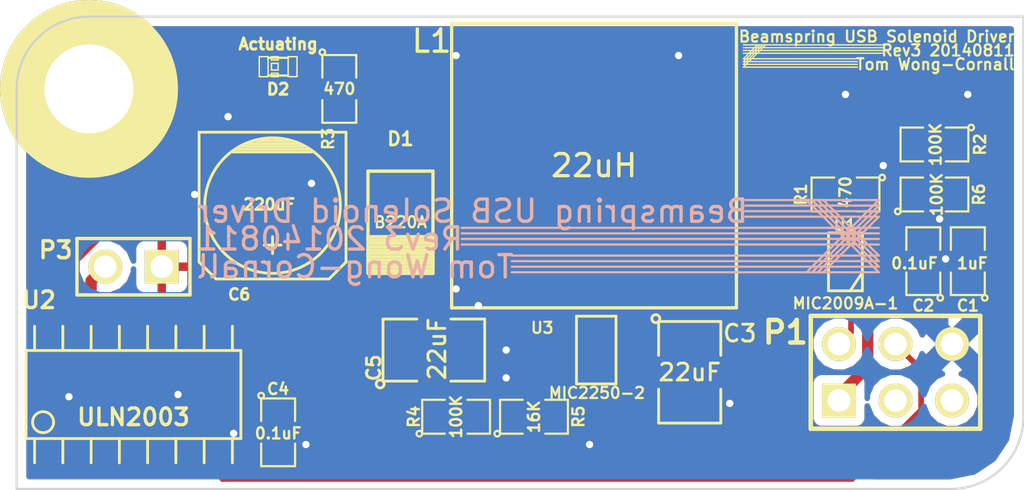
<source format=kicad_pcb>
(kicad_pcb (version 3) (host pcbnew "(2013-may-18)-stable")

  (general
    (links 51)
    (no_connects 0)
    (area 173.307912 136.5468 220.550001 158.800001)
    (thickness 1.6)
    (drawings 44)
    (tracks 150)
    (zones 0)
    (modules 21)
    (nets 14)
  )

  (page A3)
  (layers
    (15 F.Cu signal)
    (0 B.Cu signal)
    (16 B.Adhes user)
    (17 F.Adhes user)
    (18 B.Paste user)
    (19 F.Paste user)
    (20 B.SilkS user hide)
    (21 F.SilkS user)
    (22 B.Mask user)
    (23 F.Mask user)
    (24 Dwgs.User user)
    (25 Cmts.User user)
    (26 Eco1.User user)
    (27 Eco2.User user)
    (28 Edge.Cuts user)
  )

  (setup
    (last_trace_width 0.254)
    (user_trace_width 0.1778)
    (user_trace_width 0.2032)
    (user_trace_width 0.254)
    (user_trace_width 0.3048)
    (user_trace_width 0.381)
    (user_trace_width 0.508)
    (trace_clearance 0.2032)
    (zone_clearance 0.381)
    (zone_45_only no)
    (trace_min 0.1524)
    (segment_width 0.1)
    (edge_width 0.1)
    (via_size 0.889)
    (via_drill 0.3302)
    (via_min_size 0.889)
    (via_min_drill 0.3302)
    (uvia_size 0.508)
    (uvia_drill 0.127)
    (uvias_allowed no)
    (uvia_min_size 0.508)
    (uvia_min_drill 0.127)
    (pcb_text_width 0.3)
    (pcb_text_size 1.5 1.5)
    (mod_edge_width 0.15)
    (mod_text_size 1 1)
    (mod_text_width 0.15)
    (pad_size 8 8)
    (pad_drill 4)
    (pad_to_mask_clearance 0)
    (aux_axis_origin 0 0)
    (visible_elements 7FFFFFDF)
    (pcbplotparams
      (layerselection 284196865)
      (usegerberextensions true)
      (excludeedgelayer true)
      (linewidth 0.150000)
      (plotframeref false)
      (viasonmask false)
      (mode 1)
      (useauxorigin false)
      (hpglpennumber 1)
      (hpglpenspeed 20)
      (hpglpendiameter 15)
      (hpglpenoverlay 2)
      (psnegative false)
      (psa4output false)
      (plotreference true)
      (plotvalue true)
      (plotothertext true)
      (plotinvisibletext false)
      (padsonsilk false)
      (subtractmaskfromsilk false)
      (outputformat 1)
      (mirror false)
      (drillshape 0)
      (scaleselection 1)
      (outputdirectory /tmp/solenoid-driver/))
  )

  (net 0 "")
  (net 1 +5V)
  (net 2 +9V)
  (net 3 /+5V_Gated)
  (net 4 /SW)
  (net 5 GND)
  (net 6 N-0000012)
  (net 7 N-0000013)
  (net 8 N-000002)
  (net 9 N-000005)
  (net 10 N-000006)
  (net 11 N-000007)
  (net 12 N-000008)
  (net 13 N-000009)

  (net_class Default "This is the default net class."
    (clearance 0.2032)
    (trace_width 0.254)
    (via_dia 0.889)
    (via_drill 0.3302)
    (uvia_dia 0.508)
    (uvia_drill 0.127)
    (add_net "")
    (add_net +5V)
    (add_net +9V)
    (add_net /+5V_Gated)
    (add_net /SW)
    (add_net GND)
    (add_net N-0000012)
    (add_net N-0000013)
    (add_net N-000002)
    (add_net N-000005)
    (add_net N-000006)
    (add_net N-000007)
    (add_net N-000008)
    (add_net N-000009)
  )

  (module SOT23_6 (layer F.Cu) (tedit 53E819FF) (tstamp 533F9F75)
    (at 212.5 148.5 90)
    (path /533F8E11)
    (fp_text reference U1 (at 1.63 -0.02 180) (layer F.SilkS)
      (effects (font (size 0.5 0.5) (thickness 0.1)))
    )
    (fp_text value MIC2009A-1 (at -1.9 0 180) (layer F.SilkS)
      (effects (font (size 0.5 0.5) (thickness 0.1)))
    )
    (fp_line (start -0.508 0.762) (end -1.27 0.254) (layer F.SilkS) (width 0.127))
    (fp_line (start 1.27 0.762) (end -1.3335 0.762) (layer F.SilkS) (width 0.127))
    (fp_line (start -1.3335 0.762) (end -1.3335 -0.762) (layer F.SilkS) (width 0.127))
    (fp_line (start -1.3335 -0.762) (end 1.27 -0.762) (layer F.SilkS) (width 0.127))
    (fp_line (start 1.27 -0.762) (end 1.27 0.762) (layer F.SilkS) (width 0.127))
    (pad 6 smd rect (at -0.9525 -1.27 90) (size 0.70104 1.00076)
      (layers F.Cu F.Paste F.Mask)
      (net 3 /+5V_Gated)
    )
    (pad 5 smd rect (at 0 -1.27 90) (size 0.70104 1.00076)
      (layers F.Cu F.Paste F.Mask)
      (net 8 N-000002)
    )
    (pad 4 smd rect (at 0.9525 -1.27 90) (size 0.70104 1.00076)
      (layers F.Cu F.Paste F.Mask)
      (net 6 N-0000012)
    )
    (pad 3 smd rect (at 0.9525 1.27 90) (size 0.70104 1.00076)
      (layers F.Cu F.Paste F.Mask)
      (net 11 N-000007)
    )
    (pad 2 smd rect (at 0 1.27 90) (size 0.70104 1.00076)
      (layers F.Cu F.Paste F.Mask)
      (net 5 GND)
    )
    (pad 1 smd rect (at -0.9525 1.27 90) (size 0.70104 1.00076)
      (layers F.Cu F.Paste F.Mask)
      (net 1 +5V)
    )
    (model smd/SOT23_6.wrl
      (at (xyz 0 0 0))
      (scale (xyz 0.11 0.11 0.11))
      (rotate (xyz 0 0 0))
    )
  )

  (module SOT23-5 (layer F.Cu) (tedit 53E819DC) (tstamp 533F9F82)
    (at 201.3 152.5 270)
    (path /533F9B43)
    (attr smd)
    (fp_text reference U3 (at -1 2.43 360) (layer F.SilkS)
      (effects (font (size 0.5 0.5) (thickness 0.1)))
    )
    (fp_text value MIC2250-2 (at 1.93 -0.03 360) (layer F.SilkS)
      (effects (font (size 0.5 0.5) (thickness 0.1)))
    )
    (fp_line (start 1.524 -0.889) (end 1.524 0.889) (layer F.SilkS) (width 0.127))
    (fp_line (start 1.524 0.889) (end -1.524 0.889) (layer F.SilkS) (width 0.127))
    (fp_line (start -1.524 0.889) (end -1.524 -0.889) (layer F.SilkS) (width 0.127))
    (fp_line (start -1.524 -0.889) (end 1.524 -0.889) (layer F.SilkS) (width 0.127))
    (pad 1 smd rect (at -0.9525 1.27 270) (size 0.508 0.762)
      (layers F.Cu F.Paste F.Mask)
      (net 4 /SW)
    )
    (pad 3 smd rect (at 0.9525 1.27 270) (size 0.508 0.762)
      (layers F.Cu F.Paste F.Mask)
      (net 7 N-0000013)
    )
    (pad 5 smd rect (at -0.9525 -1.27 270) (size 0.508 0.762)
      (layers F.Cu F.Paste F.Mask)
      (net 3 /+5V_Gated)
    )
    (pad 2 smd rect (at 0 1.27 270) (size 0.508 0.762)
      (layers F.Cu F.Paste F.Mask)
      (net 5 GND)
    )
    (pad 4 smd rect (at 0.9525 -1.27 270) (size 0.508 0.762)
      (layers F.Cu F.Paste F.Mask)
      (net 6 N-0000012)
    )
    (model smd/SOT23_5.wrl
      (at (xyz 0 0 0))
      (scale (xyz 0.1 0.1 0.1))
      (rotate (xyz 0 0 0))
    )
  )

  (module so-16 (layer F.Cu) (tedit 5340D383) (tstamp 533F9FAB)
    (at 180.5 154.5)
    (descr SO-16)
    (path /533CF28C)
    (attr smd)
    (fp_text reference U2 (at -4.25 -4.25) (layer F.SilkS)
      (effects (font (size 0.7493 0.7493) (thickness 0.14986)))
    )
    (fp_text value ULN2003 (at 0 1.016) (layer F.SilkS)
      (effects (font (size 0.7493 0.7493) (thickness 0.14986)))
    )
    (fp_line (start -1.905 -1.9812) (end -1.905 -3.0734) (layer F.SilkS) (width 0.127))
    (fp_line (start -0.635 -1.9812) (end -0.635 -3.0734) (layer F.SilkS) (width 0.127))
    (fp_line (start 0.635 -1.9812) (end 0.635 -3.0734) (layer F.SilkS) (width 0.127))
    (fp_line (start -3.175 -1.9812) (end -3.175 -3.0734) (layer F.SilkS) (width 0.127))
    (fp_line (start -4.445 -3.0734) (end -4.445 -1.9812) (layer F.SilkS) (width 0.127))
    (fp_line (start 1.905 -3.0734) (end 1.905 -1.9812) (layer F.SilkS) (width 0.127))
    (fp_line (start 3.175 -3.0734) (end 3.175 -1.9812) (layer F.SilkS) (width 0.127))
    (fp_line (start 4.445 -3.0734) (end 4.445 -1.9812) (layer F.SilkS) (width 0.127))
    (fp_line (start 4.445 1.9812) (end 4.445 3.0734) (layer F.SilkS) (width 0.127))
    (fp_line (start 3.175 1.9812) (end 3.175 3.0734) (layer F.SilkS) (width 0.127))
    (fp_line (start 1.905 1.9812) (end 1.905 3.0734) (layer F.SilkS) (width 0.127))
    (fp_line (start -4.445 1.9812) (end -4.445 3.0734) (layer F.SilkS) (width 0.127))
    (fp_line (start -3.175 3.0734) (end -3.175 1.9812) (layer F.SilkS) (width 0.127))
    (fp_line (start 0.635 3.0734) (end 0.635 1.9812) (layer F.SilkS) (width 0.127))
    (fp_line (start -0.635 3.0734) (end -0.635 1.9812) (layer F.SilkS) (width 0.127))
    (fp_line (start -1.905 3.0734) (end -1.905 1.9812) (layer F.SilkS) (width 0.127))
    (fp_circle (center -4.064 1.2446) (end -4.3434 1.6256) (layer F.SilkS) (width 0.127))
    (fp_line (start -4.826 -1.9812) (end -4.826 1.9812) (layer F.SilkS) (width 0.127))
    (fp_line (start -4.826 1.9812) (end 4.826 1.9812) (layer F.SilkS) (width 0.127))
    (fp_line (start 4.826 1.9812) (end 4.826 -1.9812) (layer F.SilkS) (width 0.127))
    (fp_line (start 4.826 -1.9812) (end -4.826 -1.9812) (layer F.SilkS) (width 0.127))
    (pad 1 smd rect (at -4.445 2.794) (size 0.635 1.27)
      (layers F.Cu F.Paste F.Mask)
      (net 9 N-000005)
    )
    (pad 2 smd rect (at -3.175 2.794) (size 0.635 1.27)
      (layers F.Cu F.Paste F.Mask)
      (net 9 N-000005)
    )
    (pad 3 smd rect (at -1.905 2.794) (size 0.635 1.27)
      (layers F.Cu F.Paste F.Mask)
      (net 9 N-000005)
    )
    (pad 4 smd rect (at -0.635 2.794) (size 0.635 1.27)
      (layers F.Cu F.Paste F.Mask)
      (net 9 N-000005)
    )
    (pad 5 smd rect (at 0.635 2.794) (size 0.635 1.27)
      (layers F.Cu F.Paste F.Mask)
      (net 9 N-000005)
    )
    (pad 6 smd rect (at 1.905 2.794) (size 0.635 1.27)
      (layers F.Cu F.Paste F.Mask)
      (net 9 N-000005)
    )
    (pad 7 smd rect (at 3.175 2.794) (size 0.635 1.27)
      (layers F.Cu F.Paste F.Mask)
      (net 9 N-000005)
    )
    (pad 8 smd rect (at 4.445 2.794) (size 0.635 1.27)
      (layers F.Cu F.Paste F.Mask)
      (net 5 GND)
    )
    (pad 9 smd rect (at 4.445 -2.794) (size 0.635 1.27)
      (layers F.Cu F.Paste F.Mask)
      (net 2 +9V)
    )
    (pad 10 smd rect (at 3.175 -2.794) (size 0.635 1.27)
      (layers F.Cu F.Paste F.Mask)
      (net 10 N-000006)
    )
    (pad 11 smd rect (at 1.905 -2.794) (size 0.635 1.27)
      (layers F.Cu F.Paste F.Mask)
      (net 10 N-000006)
    )
    (pad 12 smd rect (at 0.635 -2.794) (size 0.635 1.27)
      (layers F.Cu F.Paste F.Mask)
      (net 10 N-000006)
    )
    (pad 13 smd rect (at -0.635 -2.794) (size 0.635 1.27)
      (layers F.Cu F.Paste F.Mask)
      (net 10 N-000006)
    )
    (pad 14 smd rect (at -1.905 -2.794) (size 0.635 1.27)
      (layers F.Cu F.Paste F.Mask)
      (net 10 N-000006)
    )
    (pad 15 smd rect (at -3.175 -2.794) (size 0.635 1.27)
      (layers F.Cu F.Paste F.Mask)
      (net 10 N-000006)
    )
    (pad 16 smd rect (at -4.445 -2.794) (size 0.635 1.27)
      (layers F.Cu F.Paste F.Mask)
      (net 12 N-000008)
    )
    (model smd/smd_dil/so-16.wrl
      (at (xyz 0 0 0))
      (scale (xyz 1 1 1))
      (rotate (xyz 0 0 0))
    )
  )

  (module SM1210 (layer F.Cu) (tedit 5340D3F6) (tstamp 533F9FB8)
    (at 194 152.5)
    (tags "CMS SM")
    (path /533FADC1)
    (attr smd)
    (fp_text reference C5 (at -2.7 0.8 90) (layer F.SilkS)
      (effects (font (size 0.6 0.6) (thickness 0.127)))
    )
    (fp_text value 22uF (at 0.15 -0.05 90) (layer F.SilkS)
      (effects (font (size 0.762 0.762) (thickness 0.127)))
    )
    (fp_circle (center -2.413 1.524) (end -2.286 1.397) (layer F.SilkS) (width 0.127))
    (fp_line (start -0.762 -1.397) (end -2.286 -1.397) (layer F.SilkS) (width 0.127))
    (fp_line (start -2.286 -1.397) (end -2.286 1.397) (layer F.SilkS) (width 0.127))
    (fp_line (start -2.286 1.397) (end -0.762 1.397) (layer F.SilkS) (width 0.127))
    (fp_line (start 0.762 1.397) (end 2.286 1.397) (layer F.SilkS) (width 0.127))
    (fp_line (start 2.286 1.397) (end 2.286 -1.397) (layer F.SilkS) (width 0.127))
    (fp_line (start 2.286 -1.397) (end 0.762 -1.397) (layer F.SilkS) (width 0.127))
    (pad 1 smd rect (at -1.524 0) (size 1.27 2.54)
      (layers F.Cu F.Paste F.Mask)
      (net 2 +9V)
    )
    (pad 2 smd rect (at 1.524 0) (size 1.27 2.54)
      (layers F.Cu F.Paste F.Mask)
      (net 5 GND)
    )
    (model smd/chip_cms.wrl
      (at (xyz 0 0 0))
      (scale (xyz 0.17 0.2 0.17))
      (rotate (xyz 0 0 0))
    )
  )

  (module SM1210 (layer F.Cu) (tedit 5340D6FD) (tstamp 533F9FC5)
    (at 205.5 153.5 270)
    (tags "CMS SM")
    (path /533F9FEC)
    (attr smd)
    (fp_text reference C3 (at -1.75 -2.25 360) (layer F.SilkS)
      (effects (font (size 0.762 0.762) (thickness 0.127)))
    )
    (fp_text value 22uF (at 0 0 360) (layer F.SilkS)
      (effects (font (size 0.762 0.762) (thickness 0.127)))
    )
    (fp_circle (center -2.413 1.524) (end -2.286 1.397) (layer F.SilkS) (width 0.127))
    (fp_line (start -0.762 -1.397) (end -2.286 -1.397) (layer F.SilkS) (width 0.127))
    (fp_line (start -2.286 -1.397) (end -2.286 1.397) (layer F.SilkS) (width 0.127))
    (fp_line (start -2.286 1.397) (end -0.762 1.397) (layer F.SilkS) (width 0.127))
    (fp_line (start 0.762 1.397) (end 2.286 1.397) (layer F.SilkS) (width 0.127))
    (fp_line (start 2.286 1.397) (end 2.286 -1.397) (layer F.SilkS) (width 0.127))
    (fp_line (start 2.286 -1.397) (end 0.762 -1.397) (layer F.SilkS) (width 0.127))
    (pad 1 smd rect (at -1.524 0 270) (size 1.27 2.54)
      (layers F.Cu F.Paste F.Mask)
      (net 3 /+5V_Gated)
    )
    (pad 2 smd rect (at 1.524 0 270) (size 1.27 2.54)
      (layers F.Cu F.Paste F.Mask)
      (net 5 GND)
    )
    (model smd/chip_cms.wrl
      (at (xyz 0 0 0))
      (scale (xyz 0.17 0.2 0.17))
      (rotate (xyz 0 0 0))
    )
  )

  (module SM0805 (layer F.Cu) (tedit 5340D4D2) (tstamp 533F9FE1)
    (at 216.5 143.25 180)
    (path /533F9579)
    (attr smd)
    (fp_text reference R2 (at -2.05 0 270) (layer F.SilkS)
      (effects (font (size 0.50038 0.50038) (thickness 0.10922)))
    )
    (fp_text value 100K (at -0.05 0 270) (layer F.SilkS)
      (effects (font (size 0.50038 0.50038) (thickness 0.10922)))
    )
    (fp_circle (center -1.651 0.762) (end -1.651 0.635) (layer F.SilkS) (width 0.09906))
    (fp_line (start -0.508 0.762) (end -1.524 0.762) (layer F.SilkS) (width 0.09906))
    (fp_line (start -1.524 0.762) (end -1.524 -0.762) (layer F.SilkS) (width 0.09906))
    (fp_line (start -1.524 -0.762) (end -0.508 -0.762) (layer F.SilkS) (width 0.09906))
    (fp_line (start 0.508 -0.762) (end 1.524 -0.762) (layer F.SilkS) (width 0.09906))
    (fp_line (start 1.524 -0.762) (end 1.524 0.762) (layer F.SilkS) (width 0.09906))
    (fp_line (start 1.524 0.762) (end 0.508 0.762) (layer F.SilkS) (width 0.09906))
    (pad 1 smd rect (at -0.9525 0 180) (size 0.889 1.397)
      (layers F.Cu F.Paste F.Mask)
      (net 1 +5V)
    )
    (pad 2 smd rect (at 0.9525 0 180) (size 0.889 1.397)
      (layers F.Cu F.Paste F.Mask)
      (net 6 N-0000012)
    )
    (model smd/chip_cms.wrl
      (at (xyz 0 0 0))
      (scale (xyz 0.1 0.1 0.1))
      (rotate (xyz 0 0 0))
    )
  )

  (module SM0805 (layer F.Cu) (tedit 5340D406) (tstamp 533F9FEE)
    (at 198.5 155.5)
    (path /533FAB2E)
    (attr smd)
    (fp_text reference R5 (at 2 0 90) (layer F.SilkS)
      (effects (font (size 0.50038 0.50038) (thickness 0.10922)))
    )
    (fp_text value 16K (at 0 0 90) (layer F.SilkS)
      (effects (font (size 0.50038 0.50038) (thickness 0.10922)))
    )
    (fp_circle (center -1.651 0.762) (end -1.651 0.635) (layer F.SilkS) (width 0.09906))
    (fp_line (start -0.508 0.762) (end -1.524 0.762) (layer F.SilkS) (width 0.09906))
    (fp_line (start -1.524 0.762) (end -1.524 -0.762) (layer F.SilkS) (width 0.09906))
    (fp_line (start -1.524 -0.762) (end -0.508 -0.762) (layer F.SilkS) (width 0.09906))
    (fp_line (start 0.508 -0.762) (end 1.524 -0.762) (layer F.SilkS) (width 0.09906))
    (fp_line (start 1.524 -0.762) (end 1.524 0.762) (layer F.SilkS) (width 0.09906))
    (fp_line (start 1.524 0.762) (end 0.508 0.762) (layer F.SilkS) (width 0.09906))
    (pad 1 smd rect (at -0.9525 0) (size 0.889 1.397)
      (layers F.Cu F.Paste F.Mask)
      (net 7 N-0000013)
    )
    (pad 2 smd rect (at 0.9525 0) (size 0.889 1.397)
      (layers F.Cu F.Paste F.Mask)
      (net 5 GND)
    )
    (model smd/chip_cms.wrl
      (at (xyz 0 0 0))
      (scale (xyz 0.1 0.1 0.1))
      (rotate (xyz 0 0 0))
    )
  )

  (module SM0805 (layer F.Cu) (tedit 5340D3FF) (tstamp 533F9FFB)
    (at 195 155.5)
    (path /533FAAD3)
    (attr smd)
    (fp_text reference R4 (at -1.9 0 90) (layer F.SilkS)
      (effects (font (size 0.50038 0.50038) (thickness 0.10922)))
    )
    (fp_text value 100K (at 0 0 90) (layer F.SilkS)
      (effects (font (size 0.50038 0.50038) (thickness 0.10922)))
    )
    (fp_circle (center -1.651 0.762) (end -1.651 0.635) (layer F.SilkS) (width 0.09906))
    (fp_line (start -0.508 0.762) (end -1.524 0.762) (layer F.SilkS) (width 0.09906))
    (fp_line (start -1.524 0.762) (end -1.524 -0.762) (layer F.SilkS) (width 0.09906))
    (fp_line (start -1.524 -0.762) (end -0.508 -0.762) (layer F.SilkS) (width 0.09906))
    (fp_line (start 0.508 -0.762) (end 1.524 -0.762) (layer F.SilkS) (width 0.09906))
    (fp_line (start 1.524 -0.762) (end 1.524 0.762) (layer F.SilkS) (width 0.09906))
    (fp_line (start 1.524 0.762) (end 0.508 0.762) (layer F.SilkS) (width 0.09906))
    (pad 1 smd rect (at -0.9525 0) (size 0.889 1.397)
      (layers F.Cu F.Paste F.Mask)
      (net 2 +9V)
    )
    (pad 2 smd rect (at 0.9525 0) (size 0.889 1.397)
      (layers F.Cu F.Paste F.Mask)
      (net 7 N-0000013)
    )
    (model smd/chip_cms.wrl
      (at (xyz 0 0 0))
      (scale (xyz 0.1 0.1 0.1))
      (rotate (xyz 0 0 0))
    )
  )

  (module SM0805 (layer F.Cu) (tedit 536DB93A) (tstamp 533FA008)
    (at 218 148.5 90)
    (path /533F9B5C)
    (attr smd)
    (fp_text reference C1 (at -2 0 180) (layer F.SilkS)
      (effects (font (size 0.50038 0.50038) (thickness 0.10922)))
    )
    (fp_text value 1uF (at -0.1 0.2 180) (layer F.SilkS)
      (effects (font (size 0.50038 0.50038) (thickness 0.10922)))
    )
    (fp_circle (center -1.651 0.762) (end -1.651 0.635) (layer F.SilkS) (width 0.09906))
    (fp_line (start -0.508 0.762) (end -1.524 0.762) (layer F.SilkS) (width 0.09906))
    (fp_line (start -1.524 0.762) (end -1.524 -0.762) (layer F.SilkS) (width 0.09906))
    (fp_line (start -1.524 -0.762) (end -0.508 -0.762) (layer F.SilkS) (width 0.09906))
    (fp_line (start 0.508 -0.762) (end 1.524 -0.762) (layer F.SilkS) (width 0.09906))
    (fp_line (start 1.524 -0.762) (end 1.524 0.762) (layer F.SilkS) (width 0.09906))
    (fp_line (start 1.524 0.762) (end 0.508 0.762) (layer F.SilkS) (width 0.09906))
    (pad 1 smd rect (at -0.9525 0 90) (size 0.889 1.397)
      (layers F.Cu F.Paste F.Mask)
      (net 1 +5V)
    )
    (pad 2 smd rect (at 0.9525 0 90) (size 0.889 1.397)
      (layers F.Cu F.Paste F.Mask)
      (net 5 GND)
    )
    (model smd/chip_cms.wrl
      (at (xyz 0 0 0))
      (scale (xyz 0.1 0.1 0.1))
      (rotate (xyz 0 0 0))
    )
  )

  (module SM0805 (layer F.Cu) (tedit 5340D4CC) (tstamp 533FA015)
    (at 212.5 145.5 180)
    (path /533F92D7)
    (attr smd)
    (fp_text reference R1 (at 2 0 270) (layer F.SilkS)
      (effects (font (size 0.50038 0.50038) (thickness 0.10922)))
    )
    (fp_text value 470 (at 0 0.1 270) (layer F.SilkS)
      (effects (font (size 0.50038 0.50038) (thickness 0.10922)))
    )
    (fp_circle (center -1.651 0.762) (end -1.651 0.635) (layer F.SilkS) (width 0.09906))
    (fp_line (start -0.508 0.762) (end -1.524 0.762) (layer F.SilkS) (width 0.09906))
    (fp_line (start -1.524 0.762) (end -1.524 -0.762) (layer F.SilkS) (width 0.09906))
    (fp_line (start -1.524 -0.762) (end -0.508 -0.762) (layer F.SilkS) (width 0.09906))
    (fp_line (start 0.508 -0.762) (end 1.524 -0.762) (layer F.SilkS) (width 0.09906))
    (fp_line (start 1.524 -0.762) (end 1.524 0.762) (layer F.SilkS) (width 0.09906))
    (fp_line (start 1.524 0.762) (end 0.508 0.762) (layer F.SilkS) (width 0.09906))
    (pad 1 smd rect (at -0.9525 0 180) (size 0.889 1.397)
      (layers F.Cu F.Paste F.Mask)
      (net 5 GND)
    )
    (pad 2 smd rect (at 0.9525 0 180) (size 0.889 1.397)
      (layers F.Cu F.Paste F.Mask)
      (net 8 N-000002)
    )
    (model smd/chip_cms.wrl
      (at (xyz 0 0 0))
      (scale (xyz 0.1 0.1 0.1))
      (rotate (xyz 0 0 0))
    )
  )

  (module SM0805 (layer F.Cu) (tedit 5340D38E) (tstamp 533FA022)
    (at 187 156.2 270)
    (path /533DEC04)
    (attr smd)
    (fp_text reference C4 (at -1.95 0 360) (layer F.SilkS)
      (effects (font (size 0.50038 0.50038) (thickness 0.10922)))
    )
    (fp_text value 0.1uF (at 0.05 0 360) (layer F.SilkS)
      (effects (font (size 0.50038 0.50038) (thickness 0.10922)))
    )
    (fp_circle (center -1.651 0.762) (end -1.651 0.635) (layer F.SilkS) (width 0.09906))
    (fp_line (start -0.508 0.762) (end -1.524 0.762) (layer F.SilkS) (width 0.09906))
    (fp_line (start -1.524 0.762) (end -1.524 -0.762) (layer F.SilkS) (width 0.09906))
    (fp_line (start -1.524 -0.762) (end -0.508 -0.762) (layer F.SilkS) (width 0.09906))
    (fp_line (start 0.508 -0.762) (end 1.524 -0.762) (layer F.SilkS) (width 0.09906))
    (fp_line (start 1.524 -0.762) (end 1.524 0.762) (layer F.SilkS) (width 0.09906))
    (fp_line (start 1.524 0.762) (end 0.508 0.762) (layer F.SilkS) (width 0.09906))
    (pad 1 smd rect (at -0.9525 0 270) (size 0.889 1.397)
      (layers F.Cu F.Paste F.Mask)
      (net 2 +9V)
    )
    (pad 2 smd rect (at 0.9525 0 270) (size 0.889 1.397)
      (layers F.Cu F.Paste F.Mask)
      (net 5 GND)
    )
    (model smd/chip_cms.wrl
      (at (xyz 0 0 0))
      (scale (xyz 0.1 0.1 0.1))
      (rotate (xyz 0 0 0))
    )
  )

  (module SM0805 (layer F.Cu) (tedit 536DB937) (tstamp 533FA02F)
    (at 216 148.5 90)
    (path /533DEA52)
    (attr smd)
    (fp_text reference C2 (at -2 0 180) (layer F.SilkS)
      (effects (font (size 0.50038 0.50038) (thickness 0.10922)))
    )
    (fp_text value 0.1uF (at -0.1 -0.4 180) (layer F.SilkS)
      (effects (font (size 0.50038 0.50038) (thickness 0.10922)))
    )
    (fp_circle (center -1.651 0.762) (end -1.651 0.635) (layer F.SilkS) (width 0.09906))
    (fp_line (start -0.508 0.762) (end -1.524 0.762) (layer F.SilkS) (width 0.09906))
    (fp_line (start -1.524 0.762) (end -1.524 -0.762) (layer F.SilkS) (width 0.09906))
    (fp_line (start -1.524 -0.762) (end -0.508 -0.762) (layer F.SilkS) (width 0.09906))
    (fp_line (start 0.508 -0.762) (end 1.524 -0.762) (layer F.SilkS) (width 0.09906))
    (fp_line (start 1.524 -0.762) (end 1.524 0.762) (layer F.SilkS) (width 0.09906))
    (fp_line (start 1.524 0.762) (end 0.508 0.762) (layer F.SilkS) (width 0.09906))
    (pad 1 smd rect (at -0.9525 0 90) (size 0.889 1.397)
      (layers F.Cu F.Paste F.Mask)
      (net 1 +5V)
    )
    (pad 2 smd rect (at 0.9525 0 90) (size 0.889 1.397)
      (layers F.Cu F.Paste F.Mask)
      (net 5 GND)
    )
    (model smd/chip_cms.wrl
      (at (xyz 0 0 0))
      (scale (xyz 0.1 0.1 0.1))
      (rotate (xyz 0 0 0))
    )
  )

  (module SM0805 (layer F.Cu) (tedit 5340D3A9) (tstamp 533FA03C)
    (at 189.75 140.75 270)
    (path /533DE0E6)
    (attr smd)
    (fp_text reference R3 (at 2.25 0.5 270) (layer F.SilkS)
      (effects (font (size 0.50038 0.50038) (thickness 0.10922)))
    )
    (fp_text value 470 (at 0 0 360) (layer F.SilkS)
      (effects (font (size 0.50038 0.50038) (thickness 0.10922)))
    )
    (fp_circle (center -1.651 0.762) (end -1.651 0.635) (layer F.SilkS) (width 0.09906))
    (fp_line (start -0.508 0.762) (end -1.524 0.762) (layer F.SilkS) (width 0.09906))
    (fp_line (start -1.524 0.762) (end -1.524 -0.762) (layer F.SilkS) (width 0.09906))
    (fp_line (start -1.524 -0.762) (end -0.508 -0.762) (layer F.SilkS) (width 0.09906))
    (fp_line (start 0.508 -0.762) (end 1.524 -0.762) (layer F.SilkS) (width 0.09906))
    (fp_line (start 1.524 -0.762) (end 1.524 0.762) (layer F.SilkS) (width 0.09906))
    (fp_line (start 1.524 0.762) (end 0.508 0.762) (layer F.SilkS) (width 0.09906))
    (pad 1 smd rect (at -0.9525 0 270) (size 0.889 1.397)
      (layers F.Cu F.Paste F.Mask)
      (net 13 N-000009)
    )
    (pad 2 smd rect (at 0.9525 0 270) (size 0.889 1.397)
      (layers F.Cu F.Paste F.Mask)
      (net 2 +9V)
    )
    (model smd/chip_cms.wrl
      (at (xyz 0 0 0))
      (scale (xyz 0.1 0.1 0.1))
      (rotate (xyz 0 0 0))
    )
  )

  (module pin_array_3x2 (layer F.Cu) (tedit 5340D4A0) (tstamp 533FA04A)
    (at 214.75 153.5)
    (descr "Double rangee de contacts 2 x 4 pins")
    (tags CONN)
    (path /533CF06C)
    (fp_text reference P1 (at -4.95 -1.8) (layer F.SilkS)
      (effects (font (size 1.016 1.016) (thickness 0.2032)))
    )
    (fp_text value CONN_3X2 (at 0 3.81) (layer F.SilkS) hide
      (effects (font (size 1.016 1.016) (thickness 0.2032)))
    )
    (fp_line (start 3.81 2.54) (end -3.81 2.54) (layer F.SilkS) (width 0.2032))
    (fp_line (start -3.81 -2.54) (end 3.81 -2.54) (layer F.SilkS) (width 0.2032))
    (fp_line (start 3.81 -2.54) (end 3.81 2.54) (layer F.SilkS) (width 0.2032))
    (fp_line (start -3.81 2.54) (end -3.81 -2.54) (layer F.SilkS) (width 0.2032))
    (pad 1 thru_hole rect (at -2.54 1.27) (size 1.524 1.524) (drill 1.016)
      (layers *.Cu *.Mask F.SilkS)
      (net 1 +5V)
    )
    (pad 2 thru_hole circle (at -2.54 -1.27) (size 1.524 1.524) (drill 1.016)
      (layers *.Cu *.Mask F.SilkS)
      (net 11 N-000007)
    )
    (pad 3 thru_hole circle (at 0 1.27) (size 1.524 1.524) (drill 1.016)
      (layers *.Cu *.Mask F.SilkS)
    )
    (pad 4 thru_hole circle (at 0 -1.27) (size 1.524 1.524) (drill 1.016)
      (layers *.Cu *.Mask F.SilkS)
      (net 9 N-000005)
    )
    (pad 5 thru_hole circle (at 2.54 1.27) (size 1.524 1.524) (drill 1.016)
      (layers *.Cu *.Mask F.SilkS)
    )
    (pad 6 thru_hole circle (at 2.54 -1.27) (size 1.524 1.524) (drill 1.016)
      (layers *.Cu *.Mask F.SilkS)
      (net 5 GND)
    )
    (model pin_array/pins_array_3x2.wrl
      (at (xyz 0 0 0))
      (scale (xyz 1 1 1))
      (rotate (xyz 0 0 0))
    )
  )

  (module PIN_ARRAY_2X1 (layer F.Cu) (tedit 5340D380) (tstamp 533FA054)
    (at 180.5 148.75 180)
    (descr "Connecteurs 2 pins")
    (tags "CONN DEV")
    (path /533CF848)
    (fp_text reference P3 (at 3.5 0.75 180) (layer F.SilkS)
      (effects (font (size 0.762 0.762) (thickness 0.1524)))
    )
    (fp_text value CONN_2 (at 0 0 180) (layer F.SilkS) hide
      (effects (font (size 0.762 0.762) (thickness 0.1524)))
    )
    (fp_line (start -2.54 1.27) (end -2.54 -1.27) (layer F.SilkS) (width 0.1524))
    (fp_line (start -2.54 -1.27) (end 2.54 -1.27) (layer F.SilkS) (width 0.1524))
    (fp_line (start 2.54 -1.27) (end 2.54 1.27) (layer F.SilkS) (width 0.1524))
    (fp_line (start 2.54 1.27) (end -2.54 1.27) (layer F.SilkS) (width 0.1524))
    (pad 1 thru_hole rect (at -1.27 0 180) (size 1.524 1.524) (drill 1.016)
      (layers *.Cu *.Mask F.SilkS)
      (net 2 +9V)
    )
    (pad 2 thru_hole circle (at 1.27 0 180) (size 1.524 1.524) (drill 1.016)
      (layers *.Cu *.Mask F.SilkS)
      (net 10 N-000006)
    )
    (model pin_array/pins_array_2x1.wrl
      (at (xyz 0 0 0))
      (scale (xyz 1 1 1))
      (rotate (xyz 0 0 0))
    )
  )

  (module c_elec_6.3x7.7 (layer F.Cu) (tedit 53E8185F) (tstamp 533FA07A)
    (at 186.75 146 270)
    (descr "SMT capacitor, aluminium electrolytic, 6.3x7.7")
    (path /533FB030)
    (fp_text reference C6 (at 4 1.5 360) (layer F.SilkS)
      (effects (font (size 0.50038 0.50038) (thickness 0.11938)))
    )
    (fp_text value 220uF (at -0.05 0.15 360) (layer F.SilkS)
      (effects (font (size 0.50038 0.50038) (thickness 0.11938)))
    )
    (fp_line (start -2.921 -0.762) (end -2.921 0.762) (layer F.SilkS) (width 0.127))
    (fp_line (start -2.794 1.143) (end -2.794 -1.143) (layer F.SilkS) (width 0.127))
    (fp_line (start -2.667 -1.397) (end -2.667 1.397) (layer F.SilkS) (width 0.127))
    (fp_line (start -2.54 1.651) (end -2.54 -1.651) (layer F.SilkS) (width 0.127))
    (fp_line (start -2.413 -1.778) (end -2.413 1.778) (layer F.SilkS) (width 0.127))
    (fp_circle (center 0 0) (end -3.048 0) (layer F.SilkS) (width 0.127))
    (fp_line (start -3.302 -3.302) (end -3.302 3.302) (layer F.SilkS) (width 0.127))
    (fp_line (start -3.302 3.302) (end 2.54 3.302) (layer F.SilkS) (width 0.127))
    (fp_line (start 2.54 3.302) (end 3.302 2.54) (layer F.SilkS) (width 0.127))
    (fp_line (start 3.302 2.54) (end 3.302 -2.54) (layer F.SilkS) (width 0.127))
    (fp_line (start 3.302 -2.54) (end 2.54 -3.302) (layer F.SilkS) (width 0.127))
    (fp_line (start 2.54 -3.302) (end -3.302 -3.302) (layer F.SilkS) (width 0.127))
    (fp_line (start 2.159 0) (end 1.397 0) (layer F.SilkS) (width 0.127))
    (fp_line (start 1.778 -0.381) (end 1.778 0.381) (layer F.SilkS) (width 0.127))
    (pad 1 smd rect (at 2.75082 0 270) (size 3.59918 1.6002)
      (layers F.Cu F.Paste F.Mask)
      (net 2 +9V)
    )
    (pad 2 smd rect (at -2.75082 0 270) (size 3.59918 1.6002)
      (layers F.Cu F.Paste F.Mask)
      (net 5 GND)
    )
    (model smd/capacitors/c_elec_6_3x7_7.wrl
      (at (xyz 0 0 0))
      (scale (xyz 1 1 1))
      (rotate (xyz 0 0 0))
    )
  )

  (module INDUCTOR_12.8x12.8 (layer F.Cu) (tedit 5340D40D) (tstamp 533FA08D)
    (at 201.2 144.2 180)
    (path /533FA306)
    (fp_text reference L1 (at 7.3 5.6 180) (layer F.SilkS)
      (effects (font (size 1 1) (thickness 0.15)))
    )
    (fp_text value 22uH (at 0 0 180) (layer F.SilkS)
      (effects (font (size 1 1) (thickness 0.15)))
    )
    (fp_line (start -6.4 -6.4) (end -6.4 6.4) (layer F.SilkS) (width 0.15))
    (fp_line (start -6.4 6.4) (end 6.4 6.4) (layer F.SilkS) (width 0.15))
    (fp_line (start 6.4 6.4) (end 6.4 -6.4) (layer F.SilkS) (width 0.15))
    (fp_line (start 6.4 -6.4) (end -6.4 -6.4) (layer F.SilkS) (width 0.15))
    (pad 1 smd rect (at -5.05 0 180) (size 3.1 5.6)
      (layers F.Cu F.Paste F.Mask)
      (net 3 /+5V_Gated)
    )
    (pad 2 smd rect (at 5.05 0 180) (size 3.1 5.6)
      (layers F.Cu F.Paste F.Mask)
      (net 4 /SW)
    )
  )

  (module 1pin (layer F.Cu) (tedit 536DB824) (tstamp 53414B6D)
    (at 178.5 140.75)
    (descr "module 1 pin (ou trou mecanique de percage)")
    (tags DEV)
    (path /5340C7FE)
    (fp_text reference P4 (at 0 -3.048) (layer F.SilkS)
      (effects (font (size 1.016 1.016) (thickness 0.254)))
    )
    (fp_text value "Chassis GND" (at 0 0) (layer F.SilkS) hide
      (effects (font (size 0.8 0.8) (thickness 0.2)))
    )
    (fp_circle (center 0 0) (end 0 -2.286) (layer F.SilkS) (width 0.381))
    (pad 1 thru_hole circle (at 0 0) (size 8 8) (drill 4)
      (layers *.Cu *.Mask F.SilkS)
      (net 5 GND)
      (zone_connect 2)
    )
  )

  (module SM0805 (layer F.Cu) (tedit 536DB924) (tstamp 536DB564)
    (at 216.5 145.5)
    (path /536DB50B)
    (attr smd)
    (fp_text reference R6 (at 2 0 90) (layer F.SilkS)
      (effects (font (size 0.50038 0.50038) (thickness 0.10922)))
    )
    (fp_text value 100K (at 0.1 0 90) (layer F.SilkS)
      (effects (font (size 0.50038 0.50038) (thickness 0.10922)))
    )
    (fp_circle (center -1.651 0.762) (end -1.651 0.635) (layer F.SilkS) (width 0.09906))
    (fp_line (start -0.508 0.762) (end -1.524 0.762) (layer F.SilkS) (width 0.09906))
    (fp_line (start -1.524 0.762) (end -1.524 -0.762) (layer F.SilkS) (width 0.09906))
    (fp_line (start -1.524 -0.762) (end -0.508 -0.762) (layer F.SilkS) (width 0.09906))
    (fp_line (start 0.508 -0.762) (end 1.524 -0.762) (layer F.SilkS) (width 0.09906))
    (fp_line (start 1.524 -0.762) (end 1.524 0.762) (layer F.SilkS) (width 0.09906))
    (fp_line (start 1.524 0.762) (end 0.508 0.762) (layer F.SilkS) (width 0.09906))
    (pad 1 smd rect (at -0.9525 0) (size 0.889 1.397)
      (layers F.Cu F.Paste F.Mask)
      (net 11 N-000007)
    )
    (pad 2 smd rect (at 0.9525 0) (size 0.889 1.397)
      (layers F.Cu F.Paste F.Mask)
      (net 5 GND)
    )
    (model smd/chip_cms.wrl
      (at (xyz 0 0 0))
      (scale (xyz 0.1 0.1 0.1))
      (rotate (xyz 0 0 0))
    )
  )

  (module LED-0603 (layer F.Cu) (tedit 4E16AFB4) (tstamp 533F9FD4)
    (at 187 139.75 180)
    (descr "LED 0603 smd package")
    (tags "LED led 0603 SMD smd SMT smt smdled SMDLED smtled SMTLED")
    (path /533DE17A)
    (attr smd)
    (fp_text reference D2 (at 0 -1.016 180) (layer F.SilkS)
      (effects (font (size 0.508 0.508) (thickness 0.127)))
    )
    (fp_text value Actuating (at 0 1.016 180) (layer F.SilkS)
      (effects (font (size 0.508 0.508) (thickness 0.127)))
    )
    (fp_line (start 0.44958 -0.44958) (end 0.44958 0.44958) (layer F.SilkS) (width 0.06604))
    (fp_line (start 0.44958 0.44958) (end 0.84836 0.44958) (layer F.SilkS) (width 0.06604))
    (fp_line (start 0.84836 -0.44958) (end 0.84836 0.44958) (layer F.SilkS) (width 0.06604))
    (fp_line (start 0.44958 -0.44958) (end 0.84836 -0.44958) (layer F.SilkS) (width 0.06604))
    (fp_line (start -0.84836 -0.44958) (end -0.84836 0.44958) (layer F.SilkS) (width 0.06604))
    (fp_line (start -0.84836 0.44958) (end -0.44958 0.44958) (layer F.SilkS) (width 0.06604))
    (fp_line (start -0.44958 -0.44958) (end -0.44958 0.44958) (layer F.SilkS) (width 0.06604))
    (fp_line (start -0.84836 -0.44958) (end -0.44958 -0.44958) (layer F.SilkS) (width 0.06604))
    (fp_line (start 0 -0.44958) (end 0 -0.29972) (layer F.SilkS) (width 0.06604))
    (fp_line (start 0 -0.29972) (end 0.29972 -0.29972) (layer F.SilkS) (width 0.06604))
    (fp_line (start 0.29972 -0.44958) (end 0.29972 -0.29972) (layer F.SilkS) (width 0.06604))
    (fp_line (start 0 -0.44958) (end 0.29972 -0.44958) (layer F.SilkS) (width 0.06604))
    (fp_line (start 0 0.29972) (end 0 0.44958) (layer F.SilkS) (width 0.06604))
    (fp_line (start 0 0.44958) (end 0.29972 0.44958) (layer F.SilkS) (width 0.06604))
    (fp_line (start 0.29972 0.29972) (end 0.29972 0.44958) (layer F.SilkS) (width 0.06604))
    (fp_line (start 0 0.29972) (end 0.29972 0.29972) (layer F.SilkS) (width 0.06604))
    (fp_line (start 0 -0.14986) (end 0 0.14986) (layer F.SilkS) (width 0.06604))
    (fp_line (start 0 0.14986) (end 0.29972 0.14986) (layer F.SilkS) (width 0.06604))
    (fp_line (start 0.29972 -0.14986) (end 0.29972 0.14986) (layer F.SilkS) (width 0.06604))
    (fp_line (start 0 -0.14986) (end 0.29972 -0.14986) (layer F.SilkS) (width 0.06604))
    (fp_line (start 0.44958 -0.39878) (end -0.44958 -0.39878) (layer F.SilkS) (width 0.1016))
    (fp_line (start 0.44958 0.39878) (end -0.44958 0.39878) (layer F.SilkS) (width 0.1016))
    (pad 1 smd rect (at -0.7493 0 180) (size 0.79756 0.79756)
      (layers F.Cu F.Paste F.Mask)
      (net 13 N-000009)
    )
    (pad 2 smd rect (at 0.7493 0 180) (size 0.79756 0.79756)
      (layers F.Cu F.Paste F.Mask)
      (net 12 N-000008)
    )
  )

  (module DO214AC_SMA (layer F.Cu) (tedit 53E8181D) (tstamp 533FA066)
    (at 192.5 146.75 270)
    (path /533FA643)
    (fp_text reference D1 (at -3.75 0 360) (layer F.SilkS)
      (effects (font (size 0.6 0.6) (thickness 0.127)))
    )
    (fp_text value B220A (at 0 0 360) (layer F.SilkS)
      (effects (font (size 0.5 0.5) (thickness 0.1)))
    )
    (fp_line (start 0.8 -1.46) (end 0.8 1.46) (layer F.SilkS) (width 0.15))
    (fp_line (start 0.8 1.46) (end 0.65 1.46) (layer F.SilkS) (width 0.15))
    (fp_line (start 0.65 1.46) (end 0.65 -1.46) (layer F.SilkS) (width 0.15))
    (fp_line (start 2.15 -1.46) (end 2.15 1.46) (layer F.SilkS) (width 0.15))
    (fp_line (start 2.15 1.46) (end 2 1.46) (layer F.SilkS) (width 0.15))
    (fp_line (start 2 1.46) (end 2 -1.46) (layer F.SilkS) (width 0.15))
    (fp_line (start 2 -1.46) (end 1.85 -1.46) (layer F.SilkS) (width 0.15))
    (fp_line (start 1.85 -1.46) (end 1.85 1.46) (layer F.SilkS) (width 0.15))
    (fp_line (start 1.85 1.46) (end 1.7 1.46) (layer F.SilkS) (width 0.15))
    (fp_line (start 1.7 1.46) (end 1.7 -1.46) (layer F.SilkS) (width 0.15))
    (fp_line (start 1.7 -1.46) (end 1.55 -1.46) (layer F.SilkS) (width 0.15))
    (fp_line (start 1.55 -1.46) (end 1.55 1.46) (layer F.SilkS) (width 0.15))
    (fp_line (start 1.55 1.46) (end 1.4 1.46) (layer F.SilkS) (width 0.15))
    (fp_line (start 1.4 1.46) (end 1.4 -1.46) (layer F.SilkS) (width 0.15))
    (fp_line (start 1.4 -1.46) (end 1.25 -1.46) (layer F.SilkS) (width 0.15))
    (fp_line (start 1.25 -1.46) (end 1.25 1.46) (layer F.SilkS) (width 0.15))
    (fp_line (start 1.25 1.46) (end 1.1 1.46) (layer F.SilkS) (width 0.15))
    (fp_line (start 1.1 1.46) (end 1.1 -1.46) (layer F.SilkS) (width 0.15))
    (fp_line (start 1.1 -1.46) (end 0.95 -1.46) (layer F.SilkS) (width 0.15))
    (fp_line (start 0.95 -1.46) (end 0.95 1.46) (layer F.SilkS) (width 0.15))
    (fp_line (start -2.3 -1.46) (end -2.3 1.46) (layer F.SilkS) (width 0.15))
    (fp_line (start 2.3 -1.46) (end 2.3 1.46) (layer F.SilkS) (width 0.15))
    (fp_line (start -2.3 1.46) (end 2.3 1.46) (layer F.SilkS) (width 0.15))
    (fp_line (start -2.3 -1.46) (end 2.3 -1.46) (layer F.SilkS) (width 0.15))
    (pad 1 smd rect (at -2 0 270) (size 2.5 1.7)
      (layers F.Cu F.Paste F.Mask)
      (net 4 /SW)
    )
    (pad 2 smd rect (at 2 0 270) (size 2.5 1.7)
      (layers F.Cu F.Paste F.Mask)
      (net 2 +9V)
    )
  )

  (gr_line (start 220.5 155.5) (end 220.5 137.5) (angle 90) (layer Edge.Cuts) (width 0.1))
  (gr_line (start 217.25 158.75) (end 175.25 158.75) (angle 90) (layer Edge.Cuts) (width 0.1))
  (gr_line (start 175.25 140.75) (end 175.25 158.75) (angle 90) (layer Edge.Cuts) (width 0.1))
  (gr_line (start 178.5 137.5) (end 220.5 137.5) (angle 90) (layer Edge.Cuts) (width 0.1))
  (gr_arc (start 217.25 155.5) (end 220.5 155.5) (angle 90) (layer Edge.Cuts) (width 0.1))
  (gr_arc (start 178.5 140.75) (end 175.25 140.75) (angle 90) (layer Edge.Cuts) (width 0.1))
  (gr_line (start 214 148.25) (end 211.5 145.75) (angle 90) (layer B.SilkS) (width 0.1))
  (gr_line (start 211.25 145.75) (end 214 148.5) (angle 90) (layer B.SilkS) (width 0.1))
  (gr_line (start 214 148.75) (end 211 145.75) (angle 90) (layer B.SilkS) (width 0.1))
  (gr_line (start 214 149) (end 210.75 145.75) (angle 90) (layer B.SilkS) (width 0.1))
  (gr_line (start 214 146.5) (end 211.5 149) (angle 90) (layer B.SilkS) (width 0.1))
  (gr_line (start 214 146.25) (end 211.25 149) (angle 90) (layer B.SilkS) (width 0.1))
  (gr_line (start 214 146) (end 211 149) (angle 90) (layer B.SilkS) (width 0.1))
  (gr_line (start 214 145.75) (end 210.75 149) (angle 90) (layer B.SilkS) (width 0.1))
  (gr_line (start 214 149) (end 197.5 149) (angle 90) (layer B.SilkS) (width 0.1))
  (gr_line (start 197.5 148.5) (end 214 148.5) (angle 90) (layer B.SilkS) (width 0.1))
  (gr_line (start 214 148.75) (end 197.5 148.75) (angle 90) (layer B.SilkS) (width 0.1))
  (gr_line (start 197.5 148.25) (end 214 148.25) (angle 90) (layer B.SilkS) (width 0.1))
  (gr_line (start 214 147.5) (end 195.25 147.5) (angle 90) (layer B.SilkS) (width 0.1))
  (gr_line (start 195.25 147.75) (end 214 147.75) (angle 90) (layer B.SilkS) (width 0.1))
  (gr_line (start 214 147.25) (end 195.25 147.25) (angle 90) (layer B.SilkS) (width 0.1))
  (gr_line (start 195.25 147) (end 214 147) (angle 90) (layer B.SilkS) (width 0.1))
  (gr_line (start 214 146.5) (end 208 146.5) (angle 90) (layer B.SilkS) (width 0.1))
  (gr_line (start 208 146.25) (end 214 146.25) (angle 90) (layer B.SilkS) (width 0.1))
  (gr_line (start 208 146) (end 214 146) (angle 90) (layer B.SilkS) (width 0.1))
  (gr_line (start 208 145.75) (end 214 145.75) (angle 90) (layer B.SilkS) (width 0.1))
  (gr_text "Tom Wong-Cornall" (at 183.25 148.75) (layer B.SilkS)
    (effects (font (size 1 1) (thickness 0.15)) (justify right mirror))
  )
  (gr_text "Rev3 20140811" (at 183.25 147.5) (layer B.SilkS)
    (effects (font (size 1 1) (thickness 0.15)) (justify right mirror))
  )
  (gr_text "Beamspring USB Solenoid Driver" (at 183.25 146.25) (layer B.SilkS)
    (effects (font (size 1 1) (thickness 0.15)) (justify right mirror))
  )
  (gr_line (start 207.91 139.395) (end 208.535 138.77) (angle 90) (layer F.SilkS) (width 0.06))
  (gr_line (start 207.91 139.52) (end 208.66 138.77) (angle 90) (layer F.SilkS) (width 0.06))
  (gr_line (start 207.91 139.645) (end 208.785 138.77) (angle 90) (layer F.SilkS) (width 0.06))
  (gr_line (start 207.91 139.77) (end 208.91 138.77) (angle 90) (layer F.SilkS) (width 0.06))
  (gr_line (start 207.91 139.77) (end 213.035 139.77) (angle 90) (layer F.SilkS) (width 0.06))
  (gr_line (start 213.035 139.645) (end 207.91 139.645) (angle 90) (layer F.SilkS) (width 0.06))
  (gr_line (start 207.91 139.52) (end 213.035 139.52) (angle 90) (layer F.SilkS) (width 0.06))
  (gr_line (start 213.035 139.395) (end 207.91 139.395) (angle 90) (layer F.SilkS) (width 0.06))
  (gr_line (start 214.16 139.145) (end 207.91 139.145) (angle 90) (layer F.SilkS) (width 0.06))
  (gr_line (start 207.91 139.02) (end 214.16 139.02) (angle 90) (layer F.SilkS) (width 0.06))
  (gr_line (start 214.16 138.895) (end 207.91 138.895) (angle 90) (layer F.SilkS) (width 0.06))
  (gr_line (start 214.16 138.77) (end 207.91 138.77) (angle 90) (layer F.SilkS) (width 0.06))
  (gr_text "Tom Wong-Cornall" (at 220.16 139.645) (layer F.SilkS)
    (effects (font (size 0.5 0.5) (thickness 0.1)) (justify right))
  )
  (gr_text "Rev3 20140811" (at 220.16 139.02) (layer F.SilkS)
    (effects (font (size 0.5 0.5) (thickness 0.1)) (justify right))
  )
  (gr_text "Beamspring USB Solenoid Driver" (at 220.16 138.395) (layer F.SilkS)
    (effects (font (size 0.5 0.5) (thickness 0.1)) (justify right))
  )

  (segment (start 218 149.4525) (end 218.7975 149.4525) (width 0.254) (layer F.Cu) (net 1))
  (segment (start 218.25 143.25) (end 217.4525 143.25) (width 0.254) (layer F.Cu) (net 1) (tstamp 536DB73D))
  (segment (start 219.25 144.25) (end 218.25 143.25) (width 0.254) (layer F.Cu) (net 1) (tstamp 536DB73B))
  (segment (start 219.25 149) (end 219.25 144.25) (width 0.254) (layer F.Cu) (net 1) (tstamp 536DB73A))
  (segment (start 218.7975 149.4525) (end 219.25 149) (width 0.254) (layer F.Cu) (net 1) (tstamp 536DB737))
  (segment (start 212.21 154.77) (end 212.21 154.54) (width 0.508) (layer F.Cu) (net 1))
  (segment (start 213.5 149.7225) (end 213.77 149.4525) (width 0.508) (layer F.Cu) (net 1) (tstamp 53414D5B))
  (segment (start 213.5 153.25) (end 213.5 149.7225) (width 0.508) (layer F.Cu) (net 1) (tstamp 53414D5A))
  (segment (start 212.21 154.54) (end 213.5 153.25) (width 0.508) (layer F.Cu) (net 1) (tstamp 53414D59))
  (segment (start 213.77 149.4525) (end 216 149.4525) (width 0.508) (layer F.Cu) (net 1))
  (segment (start 218 149.4525) (end 216 149.4525) (width 0.508) (layer F.Cu) (net 1))
  (segment (start 189.75 141.7025) (end 189.75 148.22) (width 0.3048) (layer F.Cu) (net 2))
  (segment (start 187 155.2475) (end 187 153.761) (width 0.254) (layer F.Cu) (net 2))
  (segment (start 187 153.761) (end 184.945 151.706) (width 0.254) (layer F.Cu) (net 2) (tstamp 53414A41))
  (segment (start 205.5 151.976) (end 208.7065 151.976) (width 0.508) (layer F.Cu) (net 3))
  (segment (start 208.7065 151.976) (end 211.23 149.4525) (width 0.508) (layer F.Cu) (net 3) (tstamp 53414D5E))
  (segment (start 202.57 151.5475) (end 202.57 147.88) (width 0.508) (layer F.Cu) (net 3))
  (segment (start 202.57 147.88) (end 206.25 144.2) (width 0.508) (layer F.Cu) (net 3) (tstamp 5340BBA0))
  (segment (start 202.57 151.5475) (end 205.0715 151.5475) (width 0.508) (layer F.Cu) (net 3))
  (segment (start 205.0715 151.5475) (end 205.5 151.976) (width 0.508) (layer F.Cu) (net 3) (tstamp 5340BB64))
  (segment (start 200.03 151.5475) (end 200.03 148.08) (width 0.508) (layer F.Cu) (net 4))
  (segment (start 200.03 148.08) (end 196.15 144.2) (width 0.508) (layer F.Cu) (net 4) (tstamp 5340BBCA))
  (segment (start 200.03 152.5) (end 200.25 152.5) (width 0.3048) (layer F.Cu) (net 5))
  (segment (start 201 153.25) (end 201 153.5) (width 0.3048) (layer F.Cu) (net 5) (tstamp 53E818EE))
  (segment (start 200.25 152.5) (end 201 153.25) (width 0.3048) (layer F.Cu) (net 5) (tstamp 53E818ED))
  (segment (start 200.03 152.5) (end 200.75 152.5) (width 0.508) (layer F.Cu) (net 5))
  (segment (start 200.75 152.5) (end 201.5 153.25) (width 0.508) (layer F.Cu) (net 5) (tstamp 5340BB69))
  (segment (start 195 139.25) (end 205 139.25) (width 0.3048) (layer F.Cu) (net 5))
  (via (at 195 139.25) (size 0.889) (layers F.Cu B.Cu) (net 5))
  (segment (start 193.5 140.75) (end 195 139.25) (width 0.3048) (layer B.Cu) (net 5) (tstamp 53E81350))
  (segment (start 178.5 140.75) (end 193.5 140.75) (width 0.3048) (layer B.Cu) (net 5))
  (via (at 218 141) (size 0.889) (layers F.Cu B.Cu) (net 5))
  (segment (start 212.5 141) (end 218 141) (width 0.3048) (layer F.Cu) (net 5) (tstamp 53E8175D))
  (via (at 212.5 141) (size 0.889) (layers F.Cu B.Cu) (net 5))
  (segment (start 206.75 141) (end 212.5 141) (width 0.3048) (layer B.Cu) (net 5) (tstamp 53E81759))
  (segment (start 205 139.25) (end 206.75 141) (width 0.3048) (layer B.Cu) (net 5) (tstamp 53E81758))
  (via (at 205 139.25) (size 0.889) (layers F.Cu B.Cu) (net 5))
  (segment (start 217 148.4) (end 217 146.87) (width 0.3048) (layer B.Cu) (net 5))
  (via (at 216.73 146.6) (size 0.889) (layers F.Cu B.Cu) (net 5))
  (segment (start 217 146.87) (end 216.73 146.6) (width 0.3048) (layer B.Cu) (net 5) (tstamp 53E81409))
  (segment (start 195 149.75) (end 195.25 149.75) (width 0.3048) (layer B.Cu) (net 5))
  (segment (start 197.25 152) (end 195 149.75) (width 0.3048) (layer B.Cu) (net 5) (tstamp 53E81340))
  (via (at 195 149.75) (size 0.889) (layers F.Cu B.Cu) (net 5))
  (segment (start 197.25 152.5) (end 197.25 152) (width 0.3048) (layer B.Cu) (net 5))
  (via (at 196 150.5) (size 0.889) (layers F.Cu B.Cu) (net 5))
  (segment (start 195.25 149.75) (end 196 150.5) (width 0.3048) (layer B.Cu) (net 5) (tstamp 53E81387))
  (segment (start 197.25 152.5) (end 197.25 153.75) (width 0.3048) (layer B.Cu) (net 5))
  (via (at 197.25 153.75) (size 0.889) (layers F.Cu B.Cu) (net 5))
  (segment (start 199.4525 155.5) (end 199.75 155.5) (width 0.3048) (layer F.Cu) (net 5))
  (via (at 201 156.75) (size 0.889) (layers F.Cu B.Cu) (net 5))
  (segment (start 199.75 155.5) (end 201 156.75) (width 0.3048) (layer F.Cu) (net 5) (tstamp 53E81347))
  (via (at 197.25 152.5) (size 0.889) (layers F.Cu B.Cu) (net 5))
  (segment (start 200.03 152.5) (end 197.25 152.5) (width 0.3048) (layer F.Cu) (net 5))
  (segment (start 177.6 154.6) (end 182.4 154.6) (width 0.3048) (layer B.Cu) (net 5))
  (segment (start 179.25 156.25) (end 177.6 154.6) (width 0.254) (layer B.Cu) (net 5) (tstamp 536DB84F))
  (via (at 177.6 154.6) (size 0.889) (layers F.Cu B.Cu) (net 5))
  (segment (start 184.945 157.294) (end 184.945 156.305) (width 0.254) (layer F.Cu) (net 5))
  (via (at 185 156.25) (size 0.889) (layers F.Cu B.Cu) (net 5))
  (segment (start 184.945 156.305) (end 185 156.25) (width 0.254) (layer F.Cu) (net 5) (tstamp 53414AB0))
  (segment (start 185 156.25) (end 179.25 156.25) (width 0.254) (layer B.Cu) (net 5))
  (via (at 182.5 154.5) (size 0.889) (layers F.Cu B.Cu) (net 5))
  (segment (start 182.4 154.6) (end 182.5 154.5) (width 0.3048) (layer B.Cu) (net 5) (tstamp 53E81330))
  (segment (start 178.5 140.75) (end 183.25 145.5) (width 0.3048) (layer B.Cu) (net 5))
  (via (at 188.5 145) (size 0.889) (layers F.Cu B.Cu) (net 5))
  (segment (start 187.75 145) (end 188.5 145) (width 0.3048) (layer B.Cu) (net 5) (tstamp 53E8130D))
  (segment (start 184.75 142) (end 187.75 145) (width 0.3048) (layer B.Cu) (net 5) (tstamp 53E8130C))
  (via (at 184.75 142) (size 0.889) (layers F.Cu B.Cu) (net 5))
  (segment (start 184.75 144) (end 184.75 142) (width 0.3048) (layer F.Cu) (net 5) (tstamp 53E81309))
  (segment (start 183.25 145.5) (end 184.75 144) (width 0.3048) (layer F.Cu) (net 5) (tstamp 53E81308))
  (via (at 183.25 145.5) (size 0.889) (layers F.Cu B.Cu) (net 5))
  (segment (start 217 148.4) (end 217 151.94) (width 0.254) (layer B.Cu) (net 5))
  (segment (start 217 151.94) (end 217.29 152.23) (width 0.254) (layer B.Cu) (net 5) (tstamp 536DB77D))
  (segment (start 214.2 144.2) (end 214.2 145.6) (width 0.254) (layer B.Cu) (net 5))
  (segment (start 216.1475 147.5475) (end 217 148.4) (width 0.254) (layer F.Cu) (net 5) (tstamp 536DB74F))
  (via (at 217 148.4) (size 0.889) (layers F.Cu B.Cu) (net 5))
  (segment (start 216 147.5475) (end 216.1475 147.5475) (width 0.254) (layer F.Cu) (net 5))
  (segment (start 213.4525 144.9475) (end 214.2 144.2) (width 0.254) (layer F.Cu) (net 5) (tstamp 536DB761))
  (via (at 214.2 144.2) (size 0.889) (layers F.Cu B.Cu) (net 5))
  (segment (start 213.4525 144.9475) (end 213.4525 145.5) (width 0.254) (layer F.Cu) (net 5))
  (segment (start 214.2 145.6) (end 217 148.4) (width 0.254) (layer B.Cu) (net 5) (tstamp 536DB774))
  (segment (start 217.4525 145.5) (end 217.4525 147) (width 0.254) (layer F.Cu) (net 5))
  (segment (start 217.4525 147) (end 218 147.5475) (width 0.254) (layer F.Cu) (net 5) (tstamp 536DB726))
  (segment (start 207.3 154.9) (end 209.1 154.9) (width 0.254) (layer B.Cu) (net 5))
  (segment (start 209.1 154.9) (end 210.5 153.5) (width 0.254) (layer B.Cu) (net 5) (tstamp 53414FF0))
  (segment (start 210.5 153.5) (end 216.02 153.5) (width 0.254) (layer B.Cu) (net 5) (tstamp 53414FF2))
  (segment (start 216.02 153.5) (end 217.29 152.23) (width 0.254) (layer B.Cu) (net 5) (tstamp 53414FF4))
  (segment (start 205.5 155.024) (end 207.176 155.024) (width 0.254) (layer F.Cu) (net 5))
  (via (at 207.3 154.9) (size 0.889) (layers F.Cu B.Cu) (net 5))
  (segment (start 207.176 155.024) (end 207.3 154.9) (width 0.254) (layer F.Cu) (net 5) (tstamp 53414FEB))
  (segment (start 187 157.1525) (end 187.8475 157.1525) (width 0.254) (layer F.Cu) (net 5))
  (via (at 188.25 156.75) (size 0.889) (layers F.Cu B.Cu) (net 5))
  (segment (start 187.8475 157.1525) (end 188.25 156.75) (width 0.254) (layer F.Cu) (net 5) (tstamp 53414AAC))
  (segment (start 184.945 157.294) (end 186.8585 157.294) (width 0.254) (layer F.Cu) (net 5))
  (segment (start 186.8585 157.294) (end 187 157.1525) (width 0.254) (layer F.Cu) (net 5) (tstamp 53414A3E))
  (segment (start 201.5 153.25) (end 201.5 153.75) (width 0.508) (layer F.Cu) (net 5) (tstamp 5340BB6D))
  (segment (start 201.5 153.75) (end 202.774 155.024) (width 0.508) (layer F.Cu) (net 5) (tstamp 5340BB6E))
  (segment (start 202.774 155.024) (end 205.5 155.024) (width 0.508) (layer F.Cu) (net 5) (tstamp 5340BB70))
  (segment (start 216 147.5475) (end 218 147.5475) (width 0.254) (layer F.Cu) (net 5))
  (segment (start 213.77 148.5) (end 215.0475 148.5) (width 0.254) (layer F.Cu) (net 5))
  (segment (start 215.0475 148.5) (end 216 147.5475) (width 0.254) (layer F.Cu) (net 5) (tstamp 5340B5C6))
  (segment (start 212.25 148) (end 212.25 146.75) (width 0.254) (layer F.Cu) (net 6))
  (segment (start 213.75 143.25) (end 215.5475 143.25) (width 0.254) (layer F.Cu) (net 6) (tstamp 536DB71F))
  (segment (start 212.5 144.5) (end 213.75 143.25) (width 0.254) (layer F.Cu) (net 6) (tstamp 536DB71E))
  (segment (start 212.5 146.5) (end 212.5 144.5) (width 0.254) (layer F.Cu) (net 6) (tstamp 536DB71D))
  (segment (start 212.25 146.75) (end 212.5 146.5) (width 0.254) (layer F.Cu) (net 6) (tstamp 536DB71C))
  (segment (start 211.23 147.5475) (end 211.7975 147.5475) (width 0.254) (layer F.Cu) (net 6))
  (segment (start 208.7975 153.4525) (end 202.57 153.4525) (width 0.254) (layer F.Cu) (net 6) (tstamp 536DB70A))
  (segment (start 212.25 150) (end 208.7975 153.4525) (width 0.254) (layer F.Cu) (net 6) (tstamp 536DB708))
  (segment (start 212.25 148) (end 212.25 150) (width 0.254) (layer F.Cu) (net 6) (tstamp 536DB707))
  (segment (start 211.7975 147.5475) (end 212.25 148) (width 0.254) (layer F.Cu) (net 6) (tstamp 536DB706))
  (segment (start 200.03 153.4525) (end 199.595 153.4525) (width 0.254) (layer F.Cu) (net 7))
  (segment (start 199.595 153.4525) (end 197.5475 155.5) (width 0.254) (layer F.Cu) (net 7) (tstamp 53E80E0E))
  (segment (start 195.9525 155.5) (end 197.5475 155.5) (width 0.254) (layer F.Cu) (net 7))
  (segment (start 211.23 148.5) (end 210.75 148.5) (width 0.254) (layer F.Cu) (net 8))
  (segment (start 211.5475 145.7025) (end 211.5475 145.5) (width 0.254) (layer F.Cu) (net 8) (tstamp 536DB6F8))
  (segment (start 210.25 147) (end 211.5475 145.7025) (width 0.254) (layer F.Cu) (net 8) (tstamp 536DB6F7))
  (segment (start 210.25 148) (end 210.25 147) (width 0.254) (layer F.Cu) (net 8) (tstamp 536DB6F6))
  (segment (start 210.75 148.5) (end 210.25 148) (width 0.254) (layer F.Cu) (net 8) (tstamp 536DB6F5))
  (segment (start 183.675 157.294) (end 183.675 157.475) (width 0.254) (layer F.Cu) (net 9))
  (segment (start 215.9 153.38) (end 214.75 152.23) (width 0.254) (layer F.Cu) (net 9) (tstamp 53414D8C))
  (segment (start 215.9 155.2) (end 215.9 153.38) (width 0.254) (layer F.Cu) (net 9) (tstamp 53414D8B))
  (segment (start 212.8 158.3) (end 215.9 155.2) (width 0.254) (layer F.Cu) (net 9) (tstamp 53414D89))
  (segment (start 184.5 158.3) (end 212.8 158.3) (width 0.254) (layer F.Cu) (net 9) (tstamp 53414D88))
  (segment (start 183.675 157.475) (end 184.5 158.3) (width 0.254) (layer F.Cu) (net 9) (tstamp 53414D87))
  (segment (start 176.055 157.294) (end 177.325 157.294) (width 0.254) (layer F.Cu) (net 9))
  (segment (start 177.325 157.294) (end 178.595 157.294) (width 0.254) (layer F.Cu) (net 9) (tstamp 53414A71))
  (segment (start 178.595 157.294) (end 179.865 157.294) (width 0.254) (layer F.Cu) (net 9) (tstamp 53414A72))
  (segment (start 179.865 157.294) (end 181.135 157.294) (width 0.254) (layer F.Cu) (net 9) (tstamp 53414A73))
  (segment (start 181.135 157.294) (end 182.405 157.294) (width 0.254) (layer F.Cu) (net 9) (tstamp 53414A74))
  (segment (start 182.405 157.294) (end 183.675 157.294) (width 0.254) (layer F.Cu) (net 9) (tstamp 53414A75))
  (segment (start 178.595 151.706) (end 178.595 149.385) (width 0.508) (layer F.Cu) (net 10))
  (segment (start 178.595 149.385) (end 179.23 148.75) (width 0.508) (layer F.Cu) (net 10) (tstamp 53414BA7))
  (segment (start 177.325 151.706) (end 178.595 151.706) (width 0.508) (layer F.Cu) (net 10))
  (segment (start 182.405 151.706) (end 183.675 151.706) (width 0.508) (layer F.Cu) (net 10))
  (segment (start 178.595 151.706) (end 179.865 151.706) (width 0.508) (layer F.Cu) (net 10) (tstamp 53414A53))
  (segment (start 179.865 151.706) (end 181.135 151.706) (width 0.508) (layer F.Cu) (net 10) (tstamp 53414A54))
  (segment (start 181.135 151.706) (end 182.405 151.706) (width 0.508) (layer F.Cu) (net 10) (tstamp 53414A55))
  (segment (start 213.77 147.5475) (end 213.77 147.2775) (width 0.254) (layer F.Cu) (net 11))
  (segment (start 213.77 147.2775) (end 215.5475 145.5) (width 0.254) (layer F.Cu) (net 11) (tstamp 536DB723))
  (segment (start 213.77 147.5475) (end 213.2025 147.5475) (width 0.254) (layer F.Cu) (net 11))
  (segment (start 212.75 151.69) (end 212.21 152.23) (width 0.254) (layer F.Cu) (net 11) (tstamp 53414D56))
  (segment (start 212.75 148) (end 212.75 151.69) (width 0.254) (layer F.Cu) (net 11) (tstamp 53414D55))
  (segment (start 213.2025 147.5475) (end 212.75 148) (width 0.254) (layer F.Cu) (net 11) (tstamp 53414D54))
  (segment (start 176.055 151.706) (end 176.055 150.325) (width 0.3048) (layer F.Cu) (net 12))
  (segment (start 184.63 139.75) (end 186.2507 139.75) (width 0.3048) (layer F.Cu) (net 12) (tstamp 53E81135))
  (segment (start 182.87 141.51) (end 184.63 139.75) (width 0.3048) (layer F.Cu) (net 12) (tstamp 53E81133))
  (segment (start 182.87 143.51) (end 182.87 141.51) (width 0.3048) (layer F.Cu) (net 12) (tstamp 53E81130))
  (segment (start 176.055 150.325) (end 182.87 143.51) (width 0.3048) (layer F.Cu) (net 12) (tstamp 53E8112E))
  (segment (start 187.7493 139.75) (end 189.7025 139.75) (width 0.3048) (layer F.Cu) (net 13))
  (segment (start 189.7025 139.75) (end 189.75 139.7975) (width 0.3048) (layer F.Cu) (net 13) (tstamp 53E81122))

  (zone (net 5) (net_name GND) (layer B.Cu) (tstamp 53E8172E) (hatch edge 0.508)
    (connect_pads thru_hole_only (clearance 0.381))
    (min_thickness 0.254)
    (fill (arc_segments 16) (thermal_gap 0.508) (thermal_bridge_width 1))
    (polygon
      (pts
        (xy 175.25 137.5) (xy 220.5 137.5) (xy 220.5 158.75) (xy 175.25 158.75)
      )
    )
    (filled_polygon
      (pts
        (xy 219.942 155.450441) (xy 219.727643 156.52319) (xy 219.144135 157.398125) (xy 218.713755 157.685153) (xy 218.713755 152.188215)
        (xy 218.621368 151.723758) (xy 218.408929 151.638573) (xy 217.881427 152.166075) (xy 217.881427 151.111071) (xy 217.796242 150.898632)
        (xy 217.248215 150.806245) (xy 216.783758 150.898632) (xy 216.698573 151.111071) (xy 217.29 151.702498) (xy 217.881427 151.111071)
        (xy 217.881427 152.166075) (xy 217.817502 152.23) (xy 218.408929 152.821427) (xy 218.621368 152.736242) (xy 218.713755 152.188215)
        (xy 218.713755 157.685153) (xy 218.560219 157.787548) (xy 218.560219 154.51849) (xy 218.367281 154.051543) (xy 218.010336 153.693975)
        (xy 217.725074 153.575524) (xy 217.796242 153.561368) (xy 217.881427 153.348929) (xy 217.29 152.757502) (xy 216.762498 153.285004)
        (xy 216.762498 152.23) (xy 216.171071 151.638573) (xy 215.958632 151.723758) (xy 215.945978 151.798814) (xy 215.827281 151.511543)
        (xy 215.470336 151.153975) (xy 215.003727 150.960222) (xy 214.49849 150.959781) (xy 214.031543 151.152719) (xy 213.673975 151.509664)
        (xy 213.480222 151.976273) (xy 213.479781 152.48151) (xy 213.672719 152.948457) (xy 214.029664 153.306025) (xy 214.496273 153.499778)
        (xy 215.00151 153.500219) (xy 215.468457 153.307281) (xy 215.826025 152.950336) (xy 215.944475 152.665074) (xy 215.958632 152.736242)
        (xy 216.171071 152.821427) (xy 216.762498 152.23) (xy 216.762498 153.285004) (xy 216.698573 153.348929) (xy 216.783758 153.561368)
        (xy 216.858814 153.574021) (xy 216.571543 153.692719) (xy 216.213975 154.049664) (xy 216.020222 154.516273) (xy 216.020219 154.519709)
        (xy 216.020219 154.51849) (xy 215.827281 154.051543) (xy 215.470336 153.693975) (xy 215.003727 153.500222) (xy 214.49849 153.499781)
        (xy 214.031543 153.692719) (xy 213.673975 154.049664) (xy 213.480222 154.516273) (xy 213.480088 154.669791) (xy 213.480088 153.907396)
        (xy 213.402913 153.720617) (xy 213.260135 153.57759) (xy 213.073491 153.500088) (xy 212.871396 153.499912) (xy 212.462252 153.499912)
        (xy 212.928457 153.307281) (xy 213.286025 152.950336) (xy 213.479778 152.483727) (xy 213.480219 151.97849) (xy 213.287281 151.511543)
        (xy 212.930336 151.153975) (xy 212.463727 150.960222) (xy 211.95849 150.959781) (xy 211.491543 151.152719) (xy 211.133975 151.509664)
        (xy 210.940222 151.976273) (xy 210.939781 152.48151) (xy 211.132719 152.948457) (xy 211.489664 153.306025) (xy 211.956273 153.499778)
        (xy 212.109791 153.499912) (xy 211.347396 153.499912) (xy 211.160617 153.577087) (xy 211.01759 153.719865) (xy 210.940088 153.906509)
        (xy 210.939912 154.108604) (xy 210.939912 155.632604) (xy 211.017087 155.819383) (xy 211.159865 155.96241) (xy 211.346509 156.039912)
        (xy 211.548604 156.040088) (xy 213.072604 156.040088) (xy 213.259383 155.962913) (xy 213.40241 155.820135) (xy 213.479912 155.633491)
        (xy 213.480088 155.431396) (xy 213.480088 155.022252) (xy 213.672719 155.488457) (xy 214.029664 155.846025) (xy 214.496273 156.039778)
        (xy 215.00151 156.040219) (xy 215.468457 155.847281) (xy 215.826025 155.490336) (xy 216.019778 155.023727) (xy 216.020219 154.51849)
        (xy 216.020219 154.519709) (xy 216.019781 155.02151) (xy 216.212719 155.488457) (xy 216.569664 155.846025) (xy 217.036273 156.039778)
        (xy 217.54151 156.040219) (xy 218.008457 155.847281) (xy 218.366025 155.490336) (xy 218.559778 155.023727) (xy 218.560219 154.51849)
        (xy 218.560219 157.787548) (xy 218.278454 157.975463) (xy 217.194795 158.192) (xy 183.040088 158.192) (xy 183.040088 149.411396)
        (xy 183.040088 147.887396) (xy 182.962913 147.700617) (xy 182.820135 147.55759) (xy 182.633491 147.480088) (xy 182.431396 147.479912)
        (xy 180.907396 147.479912) (xy 180.720617 147.557087) (xy 180.57759 147.699865) (xy 180.500088 147.886509) (xy 180.499912 148.088604)
        (xy 180.499912 148.497747) (xy 180.307281 148.031543) (xy 179.950336 147.673975) (xy 179.483727 147.480222) (xy 178.97849 147.479781)
        (xy 178.511543 147.672719) (xy 178.153975 148.029664) (xy 177.960222 148.496273) (xy 177.959781 149.00151) (xy 178.152719 149.468457)
        (xy 178.509664 149.826025) (xy 178.976273 150.019778) (xy 179.48151 150.020219) (xy 179.948457 149.827281) (xy 180.306025 149.470336)
        (xy 180.499778 149.003727) (xy 180.499912 148.850208) (xy 180.499912 149.612604) (xy 180.577087 149.799383) (xy 180.719865 149.94241)
        (xy 180.906509 150.019912) (xy 181.108604 150.020088) (xy 182.632604 150.020088) (xy 182.819383 149.942913) (xy 182.96241 149.800135)
        (xy 183.039912 149.613491) (xy 183.040088 149.411396) (xy 183.040088 158.192) (xy 175.808 158.192) (xy 175.808 140.805204)
        (xy 176.024536 139.721545) (xy 176.601874 138.855864) (xy 177.476809 138.272356) (xy 178.549558 138.058) (xy 219.942 138.058)
        (xy 219.942 155.450441)
      )
    )
  )
  (zone (net 4) (net_name /SW) (layer F.Cu) (tstamp 53E80E47) (hatch edge 0.508)
    (connect_pads thru_hole_only (clearance 0.381))
    (min_thickness 0.254)
    (fill (arc_segments 16) (thermal_gap 0.508) (thermal_bridge_width 0.381))
    (polygon
      (pts
        (xy 201 151.75) (xy 199.25 151.75) (xy 194.5 147) (xy 191.25 147) (xy 191.25 141)
        (xy 201 141)
      )
    )
    (filled_polygon
      (pts
        (xy 200.873 151.623) (xy 199.302605 151.623) (xy 194.552605 146.873) (xy 191.377 146.873) (xy 191.377 141.127)
        (xy 200.873 141.127) (xy 200.873 151.623)
      )
    )
  )
  (zone (net 2) (net_name +9V) (layer F.Cu) (tstamp 53E80F11) (hatch edge 0.508)
    (connect_pads thru_hole_only (clearance 0.381))
    (min_thickness 0.254)
    (fill (arc_segments 16) (thermal_gap 0.508) (thermal_bridge_width 0.381))
    (polygon
      (pts
        (xy 194.75 156.25) (xy 187.5 156.25) (xy 184.25 153) (xy 184.25 150.75) (xy 181.25 150.75)
        (xy 180.5 150) (xy 180.5 147.5) (xy 181.25 146.75) (xy 187.75 146.75) (xy 188.5 147.5)
        (xy 193.5 147.5) (xy 193.5 154) (xy 194 154.5) (xy 194.75 154.5)
      )
    )
    (filled_polygon
      (pts
        (xy 194.623 156.123) (xy 188.969958 156.123) (xy 188.790253 155.94298) (xy 188.440295 155.797665) (xy 188.061367 155.797335)
        (xy 187.711157 155.942039) (xy 187.541251 156.111646) (xy 184.377 152.947395) (xy 184.377 152.674965) (xy 184.42291 152.629135)
        (xy 184.500412 152.442491) (xy 184.500588 152.240396) (xy 184.500588 150.970396) (xy 184.423413 150.783617) (xy 184.377 150.737123)
        (xy 184.377 150.623) (xy 184.238273 150.623) (xy 184.093991 150.563088) (xy 183.891896 150.562912) (xy 183.256896 150.562912)
        (xy 183.16711 150.60001) (xy 183.16711 149.386245) (xy 183.16711 148.113755) (xy 183.166889 147.861136) (xy 183.070013 147.627832)
        (xy 182.891229 147.449359) (xy 182.657755 147.35289) (xy 181.99225 147.353) (xy 181.8335 147.51175) (xy 181.8335 148.6865)
        (xy 183.00825 148.6865) (xy 183.167 148.52775) (xy 183.16711 148.113755) (xy 183.16711 149.386245) (xy 183.167 148.97225)
        (xy 183.00825 148.8135) (xy 181.8335 148.8135) (xy 181.8335 149.98825) (xy 181.99225 150.147) (xy 182.657755 150.14711)
        (xy 182.891229 150.050641) (xy 183.070013 149.872168) (xy 183.166889 149.638864) (xy 183.16711 149.386245) (xy 183.16711 150.60001)
        (xy 183.11147 150.623) (xy 182.968273 150.623) (xy 182.823991 150.563088) (xy 182.621896 150.562912) (xy 181.986896 150.562912)
        (xy 181.84147 150.623) (xy 181.698273 150.623) (xy 181.553991 150.563088) (xy 181.351896 150.562912) (xy 181.242517 150.562912)
        (xy 180.787614 150.108009) (xy 180.882245 150.14711) (xy 181.54775 150.147) (xy 181.7065 149.98825) (xy 181.7065 148.8135)
        (xy 181.6865 148.8135) (xy 181.6865 148.6865) (xy 181.7065 148.6865) (xy 181.7065 147.51175) (xy 181.54775 147.353)
        (xy 180.882245 147.35289) (xy 180.787614 147.39199) (xy 181.302605 146.877) (xy 187.697395 146.877) (xy 188.447395 147.627)
        (xy 193.373 147.627) (xy 193.373 154.052605) (xy 193.947395 154.627) (xy 194.623 154.627) (xy 194.623 156.123)
      )
    )
  )
  (zone (net 3) (net_name /+5V_Gated) (layer F.Cu) (tstamp 53E81184) (hatch edge 0.508)
    (connect_pads thru_hole_only (clearance 0.381))
    (min_thickness 0.254)
    (fill (arc_segments 16) (thermal_gap 0.508) (thermal_bridge_width 0.381))
    (polygon
      (pts
        (xy 201.5 151.75) (xy 201.5 141) (xy 209.75 141) (xy 210.5 141.75) (xy 210.5 148.5)
        (xy 211 149) (xy 211.75 149) (xy 211.75 150) (xy 209 152.75) (xy 201.5 152.75)
      )
    )
    (filled_polygon
      (pts
        (xy 211.615 149.736974) (xy 208.728974 152.623) (xy 201.95063 152.623) (xy 201.627 152.29937) (xy 201.627 151.75)
        (xy 201.627 141.127) (xy 209.697395 141.127) (xy 210.373 141.802605) (xy 210.373 145.978974) (xy 209.800987 146.550987)
        (xy 209.663336 146.756996) (xy 209.615 147) (xy 209.615 148) (xy 209.663336 148.243004) (xy 209.800987 148.449013)
        (xy 210.221532 148.869557) (xy 210.221532 148.951124) (xy 210.298707 149.137903) (xy 210.441485 149.28093) (xy 210.628129 149.358432)
        (xy 210.830224 149.358608) (xy 211.615 149.358608) (xy 211.615 149.736974)
      )
    )
  )
  (zone (net 5) (net_name GND) (layer F.Cu) (tstamp 53E811F2) (hatch edge 0.508)
    (connect_pads thru_hole_only (clearance 0.381))
    (min_thickness 0.254)
    (fill (arc_segments 16) (thermal_gap 0.508) (thermal_bridge_width 0.381))
    (polygon
      (pts
        (xy 220.5 158.75) (xy 175.25 158.75) (xy 175.25 151.25) (xy 183.75 151.25) (xy 183.75 153.25)
        (xy 187.25 156.75) (xy 195.25 156.75) (xy 195.25 154) (xy 194.25 154) (xy 194 153.75)
        (xy 194 147.5) (xy 198.75 152.25) (xy 201 152.25) (xy 201 153.25) (xy 209.25 153.25)
        (xy 212.25 150.25) (xy 212.25 148.5) (xy 211.25 148.5) (xy 211 148.25) (xy 211 141.5)
        (xy 210 140.5) (xy 190.75 140.5) (xy 190.75 147) (xy 188.75 147) (xy 188 146.25)
        (xy 181 146.25) (xy 180 147.25) (xy 180 150.25) (xy 180.5 150.75) (xy 175.25 150.75)
        (xy 175.25 137.5) (xy 211 137.5) (xy 220.5 137.5) (xy 220.5 158.75)
      )
    )
    (filled_polygon
      (pts
        (xy 189.0896 146.873) (xy 188.802605 146.873) (xy 188.052605 146.123) (xy 181.190946 146.123) (xy 183.336973 143.976974)
        (xy 183.336973 143.976973) (xy 183.48013 143.762725) (xy 183.48013 143.762724) (xy 183.48847 143.720795) (xy 183.530399 143.51)
        (xy 183.5304 143.51) (xy 183.5304 141.783546) (xy 184.903546 140.4104) (xy 185.410362 140.4104) (xy 185.421007 140.436163)
        (xy 185.563785 140.57919) (xy 185.750429 140.656692) (xy 185.952524 140.656868) (xy 186.750084 140.656868) (xy 186.936863 140.579693)
        (xy 186.999984 140.516681) (xy 187.062385 140.57919) (xy 187.249029 140.656692) (xy 187.451124 140.656868) (xy 188.248684 140.656868)
        (xy 188.435463 140.579693) (xy 188.57849 140.436915) (xy 188.580439 140.432219) (xy 188.620587 140.529383) (xy 188.763365 140.67241)
        (xy 188.950009 140.749912) (xy 188.950894 140.749912) (xy 188.764117 140.827087) (xy 188.62109 140.969865) (xy 188.543588 141.156509)
        (xy 188.543412 141.358604) (xy 188.543412 142.247604) (xy 188.620587 142.434383) (xy 188.763365 142.57741) (xy 188.950009 142.654912)
        (xy 189.0896 142.655033) (xy 189.0896 146.873)
      )
    )
    (filled_polygon
      (pts
        (xy 200.873 152.986353) (xy 200.841913 152.911117) (xy 200.699135 152.76809) (xy 200.512491 152.690588) (xy 200.310396 152.690412)
        (xy 199.548396 152.690412) (xy 199.361617 152.767587) (xy 199.21859 152.910365) (xy 199.192953 152.972105) (xy 199.192952 152.972105)
        (xy 199.145987 153.003487) (xy 197.856062 154.293412) (xy 197.002396 154.293412) (xy 196.815617 154.370587) (xy 196.75001 154.436078)
        (xy 196.685135 154.37109) (xy 196.498491 154.293588) (xy 196.296396 154.293412) (xy 195.407396 154.293412) (xy 195.377 154.305971)
        (xy 195.377 153.873) (xy 194.302605 153.873) (xy 194.127 153.697395) (xy 194.127 147.806605) (xy 198.697395 152.377)
        (xy 200.873 152.377) (xy 200.873 152.986353)
      )
    )
    (filled_polygon
      (pts
        (xy 214.260215 155.941758) (xy 212.536974 157.665) (xy 184.763026 157.665) (xy 184.500588 157.402562) (xy 184.500588 156.558396)
        (xy 184.423413 156.371617) (xy 184.280635 156.22859) (xy 184.093991 156.151088) (xy 183.891896 156.150912) (xy 183.256896 156.150912)
        (xy 183.070117 156.228087) (xy 183.040072 156.258079) (xy 183.010635 156.22859) (xy 182.823991 156.151088) (xy 182.621896 156.150912)
        (xy 181.986896 156.150912) (xy 181.800117 156.228087) (xy 181.770072 156.258079) (xy 181.740635 156.22859) (xy 181.553991 156.151088)
        (xy 181.351896 156.150912) (xy 180.716896 156.150912) (xy 180.530117 156.228087) (xy 180.500072 156.258079) (xy 180.470635 156.22859)
        (xy 180.283991 156.151088) (xy 180.081896 156.150912) (xy 179.446896 156.150912) (xy 179.260117 156.228087) (xy 179.230072 156.258079)
        (xy 179.200635 156.22859) (xy 179.013991 156.151088) (xy 178.811896 156.150912) (xy 178.176896 156.150912) (xy 177.990117 156.228087)
        (xy 177.960072 156.258079) (xy 177.930635 156.22859) (xy 177.743991 156.151088) (xy 177.541896 156.150912) (xy 176.906896 156.150912)
        (xy 176.720117 156.228087) (xy 176.690072 156.258079) (xy 176.660635 156.22859) (xy 176.473991 156.151088) (xy 176.271896 156.150912)
        (xy 175.808 156.150912) (xy 175.808 152.849061) (xy 175.838104 152.849088) (xy 176.473104 152.849088) (xy 176.659883 152.771913)
        (xy 176.689927 152.74192) (xy 176.719365 152.77141) (xy 176.906009 152.848912) (xy 177.108104 152.849088) (xy 177.743104 152.849088)
        (xy 177.929883 152.771913) (xy 177.959927 152.74192) (xy 177.989365 152.77141) (xy 178.176009 152.848912) (xy 178.378104 152.849088)
        (xy 179.013104 152.849088) (xy 179.199883 152.771913) (xy 179.229927 152.74192) (xy 179.259365 152.77141) (xy 179.446009 152.848912)
        (xy 179.648104 152.849088) (xy 180.283104 152.849088) (xy 180.469883 152.771913) (xy 180.499927 152.74192) (xy 180.529365 152.77141)
        (xy 180.716009 152.848912) (xy 180.918104 152.849088) (xy 181.553104 152.849088) (xy 181.739883 152.771913) (xy 181.769927 152.74192)
        (xy 181.799365 152.77141) (xy 181.986009 152.848912) (xy 182.188104 152.849088) (xy 182.823104 152.849088) (xy 183.009883 152.771913)
        (xy 183.039927 152.74192) (xy 183.069365 152.77141) (xy 183.256009 152.848912) (xy 183.458104 152.849088) (xy 183.623 152.849088)
        (xy 183.623 153.302605) (xy 185.793412 155.473017) (xy 185.793412 155.792604) (xy 185.870587 155.979383) (xy 186.013365 156.12241)
        (xy 186.200009 156.199912) (xy 186.402104 156.200088) (xy 186.520483 156.200088) (xy 187.197395 156.877) (xy 195.377 156.877)
        (xy 195.377 156.694158) (xy 195.406509 156.706412) (xy 195.608604 156.706588) (xy 196.497604 156.706588) (xy 196.684383 156.629413)
        (xy 196.749989 156.563921) (xy 196.814865 156.62891) (xy 197.001509 156.706412) (xy 197.203604 156.706588) (xy 198.092604 156.706588)
        (xy 198.279383 156.629413) (xy 198.42241 156.486635) (xy 198.499912 156.299991) (xy 198.500088 156.097896) (xy 198.500088 155.445438)
        (xy 199.730954 154.214571) (xy 199.749604 154.214588) (xy 200.511604 154.214588) (xy 200.698383 154.137413) (xy 200.84141 153.994635)
        (xy 200.918912 153.807991) (xy 200.919088 153.605896) (xy 200.919088 153.377) (xy 201.680912 153.377) (xy 201.680912 153.807104)
        (xy 201.758087 153.993883) (xy 201.900865 154.13691) (xy 202.087509 154.214412) (xy 202.289604 154.214588) (xy 203.051604 154.214588)
        (xy 203.238383 154.137413) (xy 203.288383 154.0875) (xy 208.7975 154.0875) (xy 209.040504 154.039164) (xy 209.246513 153.901513)
        (xy 210.940019 152.208006) (xy 210.939781 152.48151) (xy 211.132719 152.948457) (xy 211.489664 153.306025) (xy 211.956273 153.499778)
        (xy 212.109791 153.499912) (xy 211.347396 153.499912) (xy 211.160617 153.577087) (xy 211.01759 153.719865) (xy 210.940088 153.906509)
        (xy 210.939912 154.108604) (xy 210.939912 155.632604) (xy 211.017087 155.819383) (xy 211.159865 155.96241) (xy 211.346509 156.039912)
        (xy 211.548604 156.040088) (xy 213.072604 156.040088) (xy 213.259383 155.962913) (xy 213.40241 155.820135) (xy 213.479912 155.633491)
        (xy 213.480088 155.431396) (xy 213.480088 155.022252) (xy 213.672719 155.488457) (xy 214.029664 155.846025) (xy 214.260215 155.941758)
      )
    )
    (filled_polygon
      (pts
        (xy 214.811078 144.375117) (xy 214.67259 144.513365) (xy 214.595088 144.700009) (xy 214.594912 144.902104) (xy 214.594912 145.554562)
        (xy 213.460582 146.688892) (xy 213.169016 146.688892) (xy 213.091017 146.72112) (xy 213.135 146.5) (xy 213.135 144.763025)
        (xy 214.013025 143.885) (xy 214.594912 143.885) (xy 214.594912 144.049104) (xy 214.672087 144.235883) (xy 214.811078 144.375117)
      )
    )
    (filled_polygon
      (pts
        (xy 218.615 148.499926) (xy 218.597896 148.499912) (xy 217.200896 148.499912) (xy 217.014117 148.577087) (xy 217.0001 148.591079)
        (xy 216.986635 148.57759) (xy 216.799991 148.500088) (xy 216.597896 148.499912) (xy 215.200896 148.499912) (xy 215.014117 148.577087)
        (xy 214.900506 148.6905) (xy 214.577412 148.6905) (xy 214.558515 148.67157) (xy 214.371871 148.594068) (xy 214.169776 148.593892)
        (xy 213.385 148.593892) (xy 213.385 148.406108) (xy 214.370984 148.406108) (xy 214.557763 148.328933) (xy 214.70079 148.186155)
        (xy 214.778292 147.999511) (xy 214.778468 147.797416) (xy 214.778468 147.167057) (xy 215.238937 146.706588) (xy 216.092604 146.706588)
        (xy 216.279383 146.629413) (xy 216.42241 146.486635) (xy 216.499912 146.299991) (xy 216.500088 146.097896) (xy 216.500088 144.700896)
        (xy 216.422913 144.514117) (xy 216.283921 144.374882) (xy 216.42241 144.236635) (xy 216.499912 144.049991) (xy 216.499912 144.049105)
        (xy 216.577087 144.235883) (xy 216.719865 144.37891) (xy 216.906509 144.456412) (xy 217.108604 144.456588) (xy 217.997604 144.456588)
        (xy 218.184383 144.379413) (xy 218.32741 144.236635) (xy 218.330696 144.228721) (xy 218.615 144.513025) (xy 218.615 148.499926)
      )
    )
    (filled_polygon
      (pts
        (xy 219.942 155.450441) (xy 219.727643 156.52319) (xy 219.144135 157.398125) (xy 218.688459 157.702023) (xy 218.688459 152.500436)
        (xy 218.685499 151.944682) (xy 218.478516 151.444983) (xy 218.228701 151.381102) (xy 218.138898 151.470905) (xy 218.138898 151.291299)
        (xy 218.075017 151.041484) (xy 217.560436 150.831541) (xy 217.004682 150.834501) (xy 216.504983 151.041484) (xy 216.441102 151.291299)
        (xy 217.29 152.140197) (xy 218.138898 151.291299) (xy 218.138898 151.470905) (xy 217.379803 152.23) (xy 218.228701 153.078898)
        (xy 218.478516 153.015017) (xy 218.688459 152.500436) (xy 218.688459 157.702023) (xy 218.278454 157.975463) (xy 217.194795 158.192)
        (xy 213.806026 158.192) (xy 216.349013 155.649013) (xy 216.358628 155.634621) (xy 216.569664 155.846025) (xy 217.036273 156.039778)
        (xy 217.54151 156.040219) (xy 218.008457 155.847281) (xy 218.366025 155.490336) (xy 218.559778 155.023727) (xy 218.560219 154.51849)
        (xy 218.367281 154.051543) (xy 218.010336 153.693975) (xy 217.710538 153.569488) (xy 218.075017 153.418516) (xy 218.138898 153.168701)
        (xy 217.29 152.319803) (xy 217.275857 152.333944) (xy 217.186054 152.244141) (xy 217.200197 152.23) (xy 216.351299 151.381102)
        (xy 216.101484 151.444983) (xy 215.951587 151.812387) (xy 215.827281 151.511543) (xy 215.470336 151.153975) (xy 215.003727 150.960222)
        (xy 214.49849 150.959781) (xy 214.262 151.057496) (xy 214.262 150.311108) (xy 214.370984 150.311108) (xy 214.557763 150.233933)
        (xy 214.577229 150.2145) (xy 214.900651 150.2145) (xy 215.013365 150.32741) (xy 215.200009 150.404912) (xy 215.402104 150.405088)
        (xy 216.799104 150.405088) (xy 216.985883 150.327913) (xy 216.999899 150.31392) (xy 217.013365 150.32741) (xy 217.200009 150.404912)
        (xy 217.402104 150.405088) (xy 218.799104 150.405088) (xy 218.985883 150.327913) (xy 219.12891 150.185135) (xy 219.206412 149.998491)
        (xy 219.206473 149.928266) (xy 219.246513 149.901513) (xy 219.699009 149.449015) (xy 219.699012 149.449013) (xy 219.699013 149.449013)
        (xy 219.836663 149.243005) (xy 219.836664 149.243004) (xy 219.885 149) (xy 219.885 144.25) (xy 219.836664 144.006996)
        (xy 219.836663 144.006995) (xy 219.699013 143.800987) (xy 219.699009 143.800984) (xy 218.699013 142.800987) (xy 218.493004 142.663336)
        (xy 218.405088 142.645848) (xy 218.405088 142.450896) (xy 218.327913 142.264117) (xy 218.185135 142.12109) (xy 217.998491 142.043588)
        (xy 217.796396 142.043412) (xy 216.907396 142.043412) (xy 216.720617 142.120587) (xy 216.57759 142.263365) (xy 216.500088 142.450009)
        (xy 216.500087 142.450894) (xy 216.422913 142.264117) (xy 216.280135 142.12109) (xy 216.093491 142.043588) (xy 215.891396 142.043412)
        (xy 215.002396 142.043412) (xy 214.815617 142.120587) (xy 214.67259 142.263365) (xy 214.595088 142.450009) (xy 214.594944 142.615)
        (xy 213.75 142.615) (xy 213.749999 142.615) (xy 213.701663 142.624614) (xy 213.506996 142.663336) (xy 213.300987 142.800987)
        (xy 213.300984 142.80099) (xy 212.050987 144.050987) (xy 211.913336 144.256996) (xy 211.906089 144.293424) (xy 211.891396 144.293412)
        (xy 211.127 144.293412) (xy 211.127 141.447395) (xy 210.052605 140.373) (xy 190.944158 140.373) (xy 190.956412 140.343491)
        (xy 190.956588 140.141396) (xy 190.956588 139.252396) (xy 190.879413 139.065617) (xy 190.736635 138.92259) (xy 190.549991 138.845088)
        (xy 190.347896 138.844912) (xy 188.950896 138.844912) (xy 188.764117 138.922087) (xy 188.62109 139.064865) (xy 188.610819 139.0896)
        (xy 188.589637 139.0896) (xy 188.578993 139.063837) (xy 188.436215 138.92081) (xy 188.249571 138.843308) (xy 188.047476 138.843132)
        (xy 187.249916 138.843132) (xy 187.063137 138.920307) (xy 187.000015 138.983318) (xy 186.937615 138.92081) (xy 186.750971 138.843308)
        (xy 186.548876 138.843132) (xy 185.751316 138.843132) (xy 185.564537 138.920307) (xy 185.42151 139.063085) (xy 185.410499 139.0896)
        (xy 184.63 139.0896) (xy 184.377276 139.13987) (xy 184.306183 139.187372) (xy 184.163026 139.283027) (xy 182.403027 141.043027)
        (xy 182.25987 141.257276) (xy 182.2096 141.51) (xy 182.2096 143.236453) (xy 175.808 149.638053) (xy 175.808 140.805204)
        (xy 176.024536 139.721545) (xy 176.601874 138.855864) (xy 177.476809 138.272356) (xy 178.549558 138.058) (xy 219.942 138.058)
        (xy 219.942 155.450441)
      )
    )
  )
)

</source>
